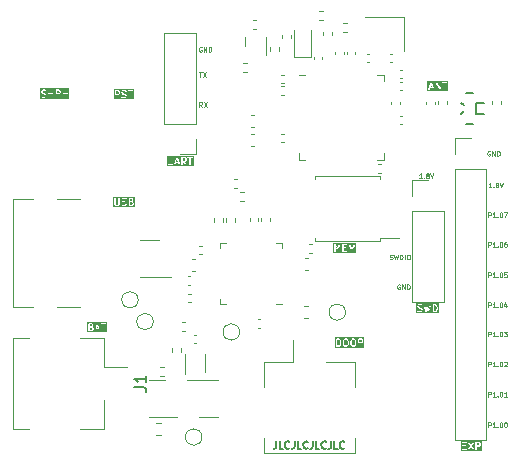
<source format=gbr>
G04 #@! TF.GenerationSoftware,KiCad,Pcbnew,7.0.6-7.0.6~ubuntu22.04.1*
G04 #@! TF.CreationDate,2023-08-08T18:58:17+02:00*
G04 #@! TF.ProjectId,Sensor_Nodes,53656e73-6f72-45f4-9e6f-6465732e6b69,rev?*
G04 #@! TF.SameCoordinates,Original*
G04 #@! TF.FileFunction,Legend,Top*
G04 #@! TF.FilePolarity,Positive*
%FSLAX46Y46*%
G04 Gerber Fmt 4.6, Leading zero omitted, Abs format (unit mm)*
G04 Created by KiCad (PCBNEW 7.0.6-7.0.6~ubuntu22.04.1) date 2023-08-08 18:58:17*
%MOMM*%
%LPD*%
G01*
G04 APERTURE LIST*
%ADD10C,0.100000*%
%ADD11C,0.080000*%
%ADD12C,0.150000*%
%ADD13C,0.120000*%
G04 APERTURE END LIST*
D10*
G36*
X110117351Y-58018643D02*
G01*
X110160409Y-58061702D01*
X110182898Y-58106679D01*
X110208646Y-58209669D01*
X110208646Y-58283072D01*
X110182898Y-58386062D01*
X110160409Y-58431039D01*
X110117351Y-58474098D01*
X110050533Y-58496371D01*
X109965789Y-58496371D01*
X109965789Y-57996371D01*
X110050533Y-57996371D01*
X110117351Y-58018643D01*
G37*
G36*
X110394360Y-58682085D02*
G01*
X108494360Y-58682085D01*
X108494360Y-58117800D01*
X108580074Y-58117800D01*
X108584527Y-58128552D01*
X108585353Y-58140161D01*
X108613925Y-58197303D01*
X108620140Y-58202693D01*
X108623290Y-58210297D01*
X108651861Y-58238869D01*
X108659464Y-58242018D01*
X108664857Y-58248236D01*
X108722000Y-58276807D01*
X108727668Y-58277209D01*
X108732233Y-58280592D01*
X108841193Y-58307832D01*
X108886170Y-58330320D01*
X108903267Y-58347418D01*
X108922931Y-58386745D01*
X108922931Y-58420282D01*
X108903266Y-58459610D01*
X108886170Y-58476707D01*
X108846842Y-58496371D01*
X108723902Y-58496371D01*
X108645885Y-58470366D01*
X108607713Y-58473079D01*
X108582640Y-58501989D01*
X108585353Y-58540161D01*
X108614263Y-58565234D01*
X108699978Y-58593805D01*
X108708185Y-58593221D01*
X108715789Y-58596371D01*
X108858646Y-58596371D01*
X108869396Y-58591917D01*
X108881006Y-58591093D01*
X108938150Y-58562521D01*
X108943541Y-58556304D01*
X108951145Y-58553155D01*
X108979716Y-58524583D01*
X108982864Y-58516980D01*
X108989082Y-58511588D01*
X109017653Y-58454445D01*
X109018477Y-58442835D01*
X109022931Y-58432085D01*
X109022931Y-58374942D01*
X109018476Y-58364189D01*
X109017652Y-58352582D01*
X108989081Y-58295439D01*
X108982864Y-58290047D01*
X108979716Y-58282445D01*
X108951145Y-58253873D01*
X108943541Y-58250723D01*
X108938150Y-58244507D01*
X108881006Y-58215935D01*
X108875337Y-58215532D01*
X108870773Y-58212150D01*
X108761811Y-58184909D01*
X108716835Y-58162421D01*
X108699737Y-58145323D01*
X108680074Y-58105996D01*
X108680074Y-58072460D01*
X108699738Y-58033132D01*
X108716835Y-58016034D01*
X108756163Y-57996371D01*
X108879104Y-57996371D01*
X108957119Y-58022376D01*
X108995291Y-58019663D01*
X109020365Y-57990753D01*
X109018033Y-57957952D01*
X109124292Y-57957952D01*
X109267149Y-58557952D01*
X109271532Y-58564009D01*
X109272518Y-58571423D01*
X109282336Y-58578938D01*
X109289584Y-58588953D01*
X109296966Y-58590136D01*
X109302906Y-58594683D01*
X109315164Y-58593054D01*
X109327370Y-58595011D01*
X109333427Y-58590627D01*
X109340841Y-58589642D01*
X109348357Y-58579821D01*
X109358371Y-58572575D01*
X109359554Y-58565193D01*
X109364101Y-58559254D01*
X109430074Y-58311853D01*
X109496048Y-58559254D01*
X109500593Y-58565192D01*
X109501777Y-58572576D01*
X109511793Y-58579824D01*
X109519308Y-58589642D01*
X109526721Y-58590627D01*
X109532779Y-58595011D01*
X109544986Y-58593054D01*
X109557243Y-58594683D01*
X109563181Y-58590137D01*
X109570565Y-58588954D01*
X109577814Y-58578936D01*
X109587631Y-58571422D01*
X109588615Y-58564010D01*
X109593000Y-58557952D01*
X109595757Y-58546371D01*
X109865789Y-58546371D01*
X109880434Y-58581726D01*
X109915789Y-58596371D01*
X110058646Y-58596371D01*
X110066248Y-58593221D01*
X110074457Y-58593805D01*
X110160171Y-58565234D01*
X110168962Y-58557608D01*
X110179715Y-58553155D01*
X110236858Y-58496013D01*
X110240007Y-58488409D01*
X110246225Y-58483017D01*
X110274796Y-58425874D01*
X110275198Y-58420205D01*
X110278581Y-58415641D01*
X110307153Y-58301355D01*
X110306219Y-58295084D01*
X110308646Y-58289228D01*
X110308646Y-58203514D01*
X110306219Y-58197657D01*
X110307153Y-58191387D01*
X110278581Y-58077101D01*
X110275198Y-58072536D01*
X110274796Y-58066868D01*
X110246225Y-58009725D01*
X110240007Y-58004332D01*
X110236858Y-57996729D01*
X110179715Y-57939587D01*
X110168962Y-57935133D01*
X110160171Y-57927508D01*
X110074457Y-57898937D01*
X110066248Y-57899520D01*
X110058646Y-57896371D01*
X109915789Y-57896371D01*
X109880434Y-57911016D01*
X109865789Y-57946371D01*
X109865789Y-58546370D01*
X109865789Y-58546371D01*
X109595757Y-58546371D01*
X109735858Y-57957952D01*
X109729801Y-57920166D01*
X109698799Y-57897730D01*
X109661014Y-57903788D01*
X109638578Y-57934789D01*
X109541616Y-58342027D01*
X109478387Y-58104917D01*
X109474243Y-58099504D01*
X109473346Y-58092748D01*
X109463026Y-58084848D01*
X109455127Y-58074529D01*
X109448370Y-58073631D01*
X109442958Y-58069488D01*
X109430075Y-58071199D01*
X109417192Y-58069488D01*
X109411778Y-58073631D01*
X109405024Y-58074529D01*
X109397124Y-58084848D01*
X109386804Y-58092748D01*
X109385906Y-58099503D01*
X109381763Y-58104916D01*
X109318533Y-58342027D01*
X109221572Y-57934790D01*
X109199137Y-57903788D01*
X109161351Y-57897731D01*
X109130349Y-57920166D01*
X109124292Y-57957952D01*
X109018033Y-57957952D01*
X109017651Y-57952581D01*
X108988742Y-57927508D01*
X108903028Y-57898937D01*
X108894819Y-57899520D01*
X108887217Y-57896371D01*
X108744360Y-57896371D01*
X108733609Y-57900824D01*
X108722000Y-57901649D01*
X108664857Y-57930220D01*
X108659464Y-57936437D01*
X108651861Y-57939587D01*
X108623290Y-57968159D01*
X108620140Y-57975762D01*
X108613925Y-57981153D01*
X108585353Y-58038296D01*
X108584527Y-58049904D01*
X108580074Y-58060657D01*
X108580074Y-58117800D01*
X108494360Y-58117800D01*
X108494360Y-57810657D01*
X110394360Y-57810657D01*
X110394360Y-58682085D01*
G37*
D11*
X107107392Y-56265935D02*
X107069297Y-56246887D01*
X107069297Y-56246887D02*
X107012154Y-56246887D01*
X107012154Y-56246887D02*
X106955011Y-56265935D01*
X106955011Y-56265935D02*
X106916916Y-56304030D01*
X106916916Y-56304030D02*
X106897869Y-56342125D01*
X106897869Y-56342125D02*
X106878821Y-56418316D01*
X106878821Y-56418316D02*
X106878821Y-56475459D01*
X106878821Y-56475459D02*
X106897869Y-56551649D01*
X106897869Y-56551649D02*
X106916916Y-56589744D01*
X106916916Y-56589744D02*
X106955011Y-56627840D01*
X106955011Y-56627840D02*
X107012154Y-56646887D01*
X107012154Y-56646887D02*
X107050250Y-56646887D01*
X107050250Y-56646887D02*
X107107392Y-56627840D01*
X107107392Y-56627840D02*
X107126440Y-56608792D01*
X107126440Y-56608792D02*
X107126440Y-56475459D01*
X107126440Y-56475459D02*
X107050250Y-56475459D01*
X107297869Y-56646887D02*
X107297869Y-56246887D01*
X107297869Y-56246887D02*
X107526440Y-56646887D01*
X107526440Y-56646887D02*
X107526440Y-56246887D01*
X107716917Y-56646887D02*
X107716917Y-56246887D01*
X107716917Y-56246887D02*
X107812155Y-56246887D01*
X107812155Y-56246887D02*
X107869298Y-56265935D01*
X107869298Y-56265935D02*
X107907393Y-56304030D01*
X107907393Y-56304030D02*
X107926440Y-56342125D01*
X107926440Y-56342125D02*
X107945488Y-56418316D01*
X107945488Y-56418316D02*
X107945488Y-56475459D01*
X107945488Y-56475459D02*
X107926440Y-56551649D01*
X107926440Y-56551649D02*
X107907393Y-56589744D01*
X107907393Y-56589744D02*
X107869298Y-56627840D01*
X107869298Y-56627840D02*
X107812155Y-56646887D01*
X107812155Y-56646887D02*
X107716917Y-56646887D01*
X114732392Y-44965935D02*
X114694297Y-44946887D01*
X114694297Y-44946887D02*
X114637154Y-44946887D01*
X114637154Y-44946887D02*
X114580011Y-44965935D01*
X114580011Y-44965935D02*
X114541916Y-45004030D01*
X114541916Y-45004030D02*
X114522869Y-45042125D01*
X114522869Y-45042125D02*
X114503821Y-45118316D01*
X114503821Y-45118316D02*
X114503821Y-45175459D01*
X114503821Y-45175459D02*
X114522869Y-45251649D01*
X114522869Y-45251649D02*
X114541916Y-45289744D01*
X114541916Y-45289744D02*
X114580011Y-45327840D01*
X114580011Y-45327840D02*
X114637154Y-45346887D01*
X114637154Y-45346887D02*
X114675250Y-45346887D01*
X114675250Y-45346887D02*
X114732392Y-45327840D01*
X114732392Y-45327840D02*
X114751440Y-45308792D01*
X114751440Y-45308792D02*
X114751440Y-45175459D01*
X114751440Y-45175459D02*
X114675250Y-45175459D01*
X114922869Y-45346887D02*
X114922869Y-44946887D01*
X114922869Y-44946887D02*
X115151440Y-45346887D01*
X115151440Y-45346887D02*
X115151440Y-44946887D01*
X115341917Y-45346887D02*
X115341917Y-44946887D01*
X115341917Y-44946887D02*
X115437155Y-44946887D01*
X115437155Y-44946887D02*
X115494298Y-44965935D01*
X115494298Y-44965935D02*
X115532393Y-45004030D01*
X115532393Y-45004030D02*
X115551440Y-45042125D01*
X115551440Y-45042125D02*
X115570488Y-45118316D01*
X115570488Y-45118316D02*
X115570488Y-45175459D01*
X115570488Y-45175459D02*
X115551440Y-45251649D01*
X115551440Y-45251649D02*
X115532393Y-45289744D01*
X115532393Y-45289744D02*
X115494298Y-45327840D01*
X115494298Y-45327840D02*
X115437155Y-45346887D01*
X115437155Y-45346887D02*
X115341917Y-45346887D01*
X114597869Y-65746887D02*
X114597869Y-65346887D01*
X114597869Y-65346887D02*
X114750250Y-65346887D01*
X114750250Y-65346887D02*
X114788345Y-65365935D01*
X114788345Y-65365935D02*
X114807392Y-65384982D01*
X114807392Y-65384982D02*
X114826440Y-65423078D01*
X114826440Y-65423078D02*
X114826440Y-65480220D01*
X114826440Y-65480220D02*
X114807392Y-65518316D01*
X114807392Y-65518316D02*
X114788345Y-65537363D01*
X114788345Y-65537363D02*
X114750250Y-65556411D01*
X114750250Y-65556411D02*
X114597869Y-65556411D01*
X115207392Y-65746887D02*
X114978821Y-65746887D01*
X115093107Y-65746887D02*
X115093107Y-65346887D01*
X115093107Y-65346887D02*
X115055011Y-65404030D01*
X115055011Y-65404030D02*
X115016916Y-65442125D01*
X115016916Y-65442125D02*
X114978821Y-65461173D01*
X115378821Y-65708792D02*
X115397868Y-65727840D01*
X115397868Y-65727840D02*
X115378821Y-65746887D01*
X115378821Y-65746887D02*
X115359773Y-65727840D01*
X115359773Y-65727840D02*
X115378821Y-65708792D01*
X115378821Y-65708792D02*
X115378821Y-65746887D01*
X115645487Y-65346887D02*
X115683582Y-65346887D01*
X115683582Y-65346887D02*
X115721678Y-65365935D01*
X115721678Y-65365935D02*
X115740725Y-65384982D01*
X115740725Y-65384982D02*
X115759773Y-65423078D01*
X115759773Y-65423078D02*
X115778820Y-65499268D01*
X115778820Y-65499268D02*
X115778820Y-65594506D01*
X115778820Y-65594506D02*
X115759773Y-65670697D01*
X115759773Y-65670697D02*
X115740725Y-65708792D01*
X115740725Y-65708792D02*
X115721678Y-65727840D01*
X115721678Y-65727840D02*
X115683582Y-65746887D01*
X115683582Y-65746887D02*
X115645487Y-65746887D01*
X115645487Y-65746887D02*
X115607392Y-65727840D01*
X115607392Y-65727840D02*
X115588344Y-65708792D01*
X115588344Y-65708792D02*
X115569297Y-65670697D01*
X115569297Y-65670697D02*
X115550249Y-65594506D01*
X115550249Y-65594506D02*
X115550249Y-65499268D01*
X115550249Y-65499268D02*
X115569297Y-65423078D01*
X115569297Y-65423078D02*
X115588344Y-65384982D01*
X115588344Y-65384982D02*
X115607392Y-65365935D01*
X115607392Y-65365935D02*
X115645487Y-65346887D01*
X116159772Y-65746887D02*
X115931201Y-65746887D01*
X116045487Y-65746887D02*
X116045487Y-65346887D01*
X116045487Y-65346887D02*
X116007391Y-65404030D01*
X116007391Y-65404030D02*
X115969296Y-65442125D01*
X115969296Y-65442125D02*
X115931201Y-65461173D01*
D10*
G36*
X83264741Y-39916034D02*
G01*
X83281838Y-39933132D01*
X83301503Y-39972460D01*
X83301503Y-40034567D01*
X83281838Y-40073895D01*
X83264742Y-40090992D01*
X83225414Y-40110657D01*
X83058646Y-40110657D01*
X83058646Y-39896371D01*
X83225413Y-39896371D01*
X83264741Y-39916034D01*
G37*
G36*
X84572932Y-40582085D02*
G01*
X82872932Y-40582085D01*
X82872932Y-40446371D01*
X82958646Y-40446371D01*
X82973291Y-40481726D01*
X83008646Y-40496371D01*
X83044001Y-40481726D01*
X83058646Y-40446371D01*
X83058646Y-40210657D01*
X83125470Y-40210657D01*
X83310541Y-40475044D01*
X83342814Y-40495609D01*
X83380176Y-40487332D01*
X83400741Y-40455060D01*
X83392464Y-40417697D01*
X83245216Y-40207343D01*
X83247969Y-40206203D01*
X83259578Y-40205378D01*
X83316721Y-40176806D01*
X83322112Y-40170589D01*
X83329715Y-40167440D01*
X83358286Y-40138870D01*
X83361435Y-40131266D01*
X83367652Y-40125875D01*
X83396224Y-40068732D01*
X83397049Y-40057123D01*
X83401503Y-40046371D01*
X83401503Y-40017800D01*
X83530074Y-40017800D01*
X83534527Y-40028552D01*
X83535353Y-40040161D01*
X83563925Y-40097303D01*
X83570140Y-40102693D01*
X83573290Y-40110297D01*
X83601861Y-40138869D01*
X83609464Y-40142018D01*
X83614857Y-40148236D01*
X83672000Y-40176807D01*
X83677668Y-40177209D01*
X83682233Y-40180592D01*
X83791193Y-40207832D01*
X83836170Y-40230320D01*
X83853267Y-40247418D01*
X83872931Y-40286745D01*
X83872931Y-40320281D01*
X83853266Y-40359610D01*
X83836170Y-40376707D01*
X83796842Y-40396371D01*
X83673902Y-40396371D01*
X83595885Y-40370366D01*
X83557713Y-40373079D01*
X83532640Y-40401989D01*
X83535353Y-40440161D01*
X83564263Y-40465234D01*
X83649978Y-40493805D01*
X83658185Y-40493221D01*
X83665789Y-40496371D01*
X83808646Y-40496371D01*
X83819396Y-40491917D01*
X83831006Y-40491093D01*
X83888150Y-40462521D01*
X83893541Y-40456304D01*
X83901145Y-40453155D01*
X83929716Y-40424583D01*
X83932864Y-40416980D01*
X83939082Y-40411588D01*
X83967653Y-40354445D01*
X83968477Y-40342835D01*
X83972931Y-40332085D01*
X83972931Y-40274942D01*
X83968476Y-40264189D01*
X83967652Y-40252582D01*
X83939081Y-40195439D01*
X83932864Y-40190047D01*
X83929716Y-40182445D01*
X83901145Y-40153873D01*
X83893541Y-40150723D01*
X83888150Y-40144507D01*
X83831006Y-40115935D01*
X83825337Y-40115532D01*
X83820773Y-40112150D01*
X83711811Y-40084909D01*
X83666835Y-40062421D01*
X83649737Y-40045323D01*
X83630074Y-40005996D01*
X83630074Y-39972460D01*
X83649738Y-39933132D01*
X83666835Y-39916034D01*
X83706163Y-39896371D01*
X83829104Y-39896371D01*
X83907119Y-39922376D01*
X83945291Y-39919663D01*
X83970365Y-39890753D01*
X83967651Y-39852581D01*
X83960491Y-39846371D01*
X84044360Y-39846371D01*
X84059005Y-39881726D01*
X84094360Y-39896371D01*
X84215789Y-39896371D01*
X84215789Y-40446371D01*
X84230434Y-40481726D01*
X84265789Y-40496371D01*
X84301144Y-40481726D01*
X84315789Y-40446371D01*
X84315789Y-39896371D01*
X84437218Y-39896371D01*
X84472573Y-39881726D01*
X84487218Y-39846371D01*
X84472573Y-39811016D01*
X84437218Y-39796371D01*
X84094360Y-39796371D01*
X84059005Y-39811016D01*
X84044360Y-39846371D01*
X83960491Y-39846371D01*
X83938742Y-39827508D01*
X83853028Y-39798937D01*
X83844819Y-39799520D01*
X83837217Y-39796371D01*
X83694360Y-39796371D01*
X83683609Y-39800824D01*
X83672000Y-39801649D01*
X83614857Y-39830220D01*
X83609464Y-39836437D01*
X83601861Y-39839587D01*
X83573290Y-39868159D01*
X83570140Y-39875762D01*
X83563925Y-39881153D01*
X83535353Y-39938296D01*
X83534527Y-39949904D01*
X83530074Y-39960657D01*
X83530074Y-40017800D01*
X83401503Y-40017800D01*
X83401503Y-39960657D01*
X83397049Y-39949904D01*
X83396224Y-39938296D01*
X83367652Y-39881153D01*
X83361435Y-39875761D01*
X83358287Y-39868159D01*
X83329716Y-39839587D01*
X83322112Y-39836437D01*
X83316721Y-39830221D01*
X83259577Y-39801649D01*
X83247967Y-39800824D01*
X83237217Y-39796371D01*
X83008646Y-39796371D01*
X82973291Y-39811016D01*
X82958646Y-39846371D01*
X82958646Y-40446371D01*
X82872932Y-40446371D01*
X82872932Y-39710657D01*
X84572932Y-39710657D01*
X84572932Y-40582085D01*
G37*
D11*
X114597869Y-53071887D02*
X114597869Y-52671887D01*
X114597869Y-52671887D02*
X114750250Y-52671887D01*
X114750250Y-52671887D02*
X114788345Y-52690935D01*
X114788345Y-52690935D02*
X114807392Y-52709982D01*
X114807392Y-52709982D02*
X114826440Y-52748078D01*
X114826440Y-52748078D02*
X114826440Y-52805220D01*
X114826440Y-52805220D02*
X114807392Y-52843316D01*
X114807392Y-52843316D02*
X114788345Y-52862363D01*
X114788345Y-52862363D02*
X114750250Y-52881411D01*
X114750250Y-52881411D02*
X114597869Y-52881411D01*
X115207392Y-53071887D02*
X114978821Y-53071887D01*
X115093107Y-53071887D02*
X115093107Y-52671887D01*
X115093107Y-52671887D02*
X115055011Y-52729030D01*
X115055011Y-52729030D02*
X115016916Y-52767125D01*
X115016916Y-52767125D02*
X114978821Y-52786173D01*
X115378821Y-53033792D02*
X115397868Y-53052840D01*
X115397868Y-53052840D02*
X115378821Y-53071887D01*
X115378821Y-53071887D02*
X115359773Y-53052840D01*
X115359773Y-53052840D02*
X115378821Y-53033792D01*
X115378821Y-53033792D02*
X115378821Y-53071887D01*
X115645487Y-52671887D02*
X115683582Y-52671887D01*
X115683582Y-52671887D02*
X115721678Y-52690935D01*
X115721678Y-52690935D02*
X115740725Y-52709982D01*
X115740725Y-52709982D02*
X115759773Y-52748078D01*
X115759773Y-52748078D02*
X115778820Y-52824268D01*
X115778820Y-52824268D02*
X115778820Y-52919506D01*
X115778820Y-52919506D02*
X115759773Y-52995697D01*
X115759773Y-52995697D02*
X115740725Y-53033792D01*
X115740725Y-53033792D02*
X115721678Y-53052840D01*
X115721678Y-53052840D02*
X115683582Y-53071887D01*
X115683582Y-53071887D02*
X115645487Y-53071887D01*
X115645487Y-53071887D02*
X115607392Y-53052840D01*
X115607392Y-53052840D02*
X115588344Y-53033792D01*
X115588344Y-53033792D02*
X115569297Y-52995697D01*
X115569297Y-52995697D02*
X115550249Y-52919506D01*
X115550249Y-52919506D02*
X115550249Y-52824268D01*
X115550249Y-52824268D02*
X115569297Y-52748078D01*
X115569297Y-52748078D02*
X115588344Y-52709982D01*
X115588344Y-52709982D02*
X115607392Y-52690935D01*
X115607392Y-52690935D02*
X115645487Y-52671887D01*
X116121677Y-52671887D02*
X116045487Y-52671887D01*
X116045487Y-52671887D02*
X116007391Y-52690935D01*
X116007391Y-52690935D02*
X115988344Y-52709982D01*
X115988344Y-52709982D02*
X115950249Y-52767125D01*
X115950249Y-52767125D02*
X115931201Y-52843316D01*
X115931201Y-52843316D02*
X115931201Y-52995697D01*
X115931201Y-52995697D02*
X115950249Y-53033792D01*
X115950249Y-53033792D02*
X115969296Y-53052840D01*
X115969296Y-53052840D02*
X116007391Y-53071887D01*
X116007391Y-53071887D02*
X116083582Y-53071887D01*
X116083582Y-53071887D02*
X116121677Y-53052840D01*
X116121677Y-53052840D02*
X116140725Y-53033792D01*
X116140725Y-53033792D02*
X116159772Y-52995697D01*
X116159772Y-52995697D02*
X116159772Y-52900459D01*
X116159772Y-52900459D02*
X116140725Y-52862363D01*
X116140725Y-52862363D02*
X116121677Y-52843316D01*
X116121677Y-52843316D02*
X116083582Y-52824268D01*
X116083582Y-52824268D02*
X116007391Y-52824268D01*
X116007391Y-52824268D02*
X115969296Y-52843316D01*
X115969296Y-52843316D02*
X115950249Y-52862363D01*
X115950249Y-52862363D02*
X115931201Y-52900459D01*
D12*
X96637969Y-69543771D02*
X96637969Y-69972342D01*
X96637969Y-69972342D02*
X96609398Y-70058057D01*
X96609398Y-70058057D02*
X96552255Y-70115200D01*
X96552255Y-70115200D02*
X96466541Y-70143771D01*
X96466541Y-70143771D02*
X96409398Y-70143771D01*
X97209398Y-70143771D02*
X96923684Y-70143771D01*
X96923684Y-70143771D02*
X96923684Y-69543771D01*
X97752255Y-70086628D02*
X97723683Y-70115200D01*
X97723683Y-70115200D02*
X97637969Y-70143771D01*
X97637969Y-70143771D02*
X97580826Y-70143771D01*
X97580826Y-70143771D02*
X97495112Y-70115200D01*
X97495112Y-70115200D02*
X97437969Y-70058057D01*
X97437969Y-70058057D02*
X97409398Y-70000914D01*
X97409398Y-70000914D02*
X97380826Y-69886628D01*
X97380826Y-69886628D02*
X97380826Y-69800914D01*
X97380826Y-69800914D02*
X97409398Y-69686628D01*
X97409398Y-69686628D02*
X97437969Y-69629485D01*
X97437969Y-69629485D02*
X97495112Y-69572342D01*
X97495112Y-69572342D02*
X97580826Y-69543771D01*
X97580826Y-69543771D02*
X97637969Y-69543771D01*
X97637969Y-69543771D02*
X97723683Y-69572342D01*
X97723683Y-69572342D02*
X97752255Y-69600914D01*
X98180826Y-69543771D02*
X98180826Y-69972342D01*
X98180826Y-69972342D02*
X98152255Y-70058057D01*
X98152255Y-70058057D02*
X98095112Y-70115200D01*
X98095112Y-70115200D02*
X98009398Y-70143771D01*
X98009398Y-70143771D02*
X97952255Y-70143771D01*
X98752255Y-70143771D02*
X98466541Y-70143771D01*
X98466541Y-70143771D02*
X98466541Y-69543771D01*
X99295112Y-70086628D02*
X99266540Y-70115200D01*
X99266540Y-70115200D02*
X99180826Y-70143771D01*
X99180826Y-70143771D02*
X99123683Y-70143771D01*
X99123683Y-70143771D02*
X99037969Y-70115200D01*
X99037969Y-70115200D02*
X98980826Y-70058057D01*
X98980826Y-70058057D02*
X98952255Y-70000914D01*
X98952255Y-70000914D02*
X98923683Y-69886628D01*
X98923683Y-69886628D02*
X98923683Y-69800914D01*
X98923683Y-69800914D02*
X98952255Y-69686628D01*
X98952255Y-69686628D02*
X98980826Y-69629485D01*
X98980826Y-69629485D02*
X99037969Y-69572342D01*
X99037969Y-69572342D02*
X99123683Y-69543771D01*
X99123683Y-69543771D02*
X99180826Y-69543771D01*
X99180826Y-69543771D02*
X99266540Y-69572342D01*
X99266540Y-69572342D02*
X99295112Y-69600914D01*
X99723683Y-69543771D02*
X99723683Y-69972342D01*
X99723683Y-69972342D02*
X99695112Y-70058057D01*
X99695112Y-70058057D02*
X99637969Y-70115200D01*
X99637969Y-70115200D02*
X99552255Y-70143771D01*
X99552255Y-70143771D02*
X99495112Y-70143771D01*
X100295112Y-70143771D02*
X100009398Y-70143771D01*
X100009398Y-70143771D02*
X100009398Y-69543771D01*
X100837969Y-70086628D02*
X100809397Y-70115200D01*
X100809397Y-70115200D02*
X100723683Y-70143771D01*
X100723683Y-70143771D02*
X100666540Y-70143771D01*
X100666540Y-70143771D02*
X100580826Y-70115200D01*
X100580826Y-70115200D02*
X100523683Y-70058057D01*
X100523683Y-70058057D02*
X100495112Y-70000914D01*
X100495112Y-70000914D02*
X100466540Y-69886628D01*
X100466540Y-69886628D02*
X100466540Y-69800914D01*
X100466540Y-69800914D02*
X100495112Y-69686628D01*
X100495112Y-69686628D02*
X100523683Y-69629485D01*
X100523683Y-69629485D02*
X100580826Y-69572342D01*
X100580826Y-69572342D02*
X100666540Y-69543771D01*
X100666540Y-69543771D02*
X100723683Y-69543771D01*
X100723683Y-69543771D02*
X100809397Y-69572342D01*
X100809397Y-69572342D02*
X100837969Y-69600914D01*
X101266540Y-69543771D02*
X101266540Y-69972342D01*
X101266540Y-69972342D02*
X101237969Y-70058057D01*
X101237969Y-70058057D02*
X101180826Y-70115200D01*
X101180826Y-70115200D02*
X101095112Y-70143771D01*
X101095112Y-70143771D02*
X101037969Y-70143771D01*
X101837969Y-70143771D02*
X101552255Y-70143771D01*
X101552255Y-70143771D02*
X101552255Y-69543771D01*
X102380826Y-70086628D02*
X102352254Y-70115200D01*
X102352254Y-70115200D02*
X102266540Y-70143771D01*
X102266540Y-70143771D02*
X102209397Y-70143771D01*
X102209397Y-70143771D02*
X102123683Y-70115200D01*
X102123683Y-70115200D02*
X102066540Y-70058057D01*
X102066540Y-70058057D02*
X102037969Y-70000914D01*
X102037969Y-70000914D02*
X102009397Y-69886628D01*
X102009397Y-69886628D02*
X102009397Y-69800914D01*
X102009397Y-69800914D02*
X102037969Y-69686628D01*
X102037969Y-69686628D02*
X102066540Y-69629485D01*
X102066540Y-69629485D02*
X102123683Y-69572342D01*
X102123683Y-69572342D02*
X102209397Y-69543771D01*
X102209397Y-69543771D02*
X102266540Y-69543771D01*
X102266540Y-69543771D02*
X102352254Y-69572342D01*
X102352254Y-69572342D02*
X102380826Y-69600914D01*
D10*
G36*
X81042350Y-59929358D02*
G01*
X81056838Y-59943846D01*
X81076503Y-59983174D01*
X81076503Y-60045281D01*
X81056838Y-60084609D01*
X81039741Y-60101707D01*
X81000413Y-60121371D01*
X80833646Y-60121371D01*
X80833646Y-59907085D01*
X80975532Y-59907085D01*
X81042350Y-59929358D01*
G37*
G36*
X81011170Y-59641034D02*
G01*
X81028266Y-59658131D01*
X81047931Y-59697460D01*
X81047931Y-59730997D01*
X81028267Y-59770323D01*
X81011170Y-59787421D01*
X80971842Y-59807085D01*
X80833646Y-59807085D01*
X80833646Y-59621371D01*
X80971842Y-59621371D01*
X81011170Y-59641034D01*
G37*
G36*
X81571417Y-59949942D02*
G01*
X81424445Y-59949942D01*
X81497930Y-59729484D01*
X81571417Y-59949942D01*
G37*
G36*
X82290789Y-60307085D02*
G01*
X80647932Y-60307085D01*
X80647932Y-60171371D01*
X80733646Y-60171371D01*
X80748291Y-60206726D01*
X80783646Y-60221371D01*
X81012217Y-60221371D01*
X81022967Y-60216917D01*
X81034577Y-60216093D01*
X81091721Y-60187521D01*
X81097112Y-60181304D01*
X81104716Y-60178155D01*
X81127310Y-60155560D01*
X81250497Y-60155560D01*
X81253210Y-60193731D01*
X81282120Y-60218805D01*
X81320291Y-60216092D01*
X81345365Y-60187182D01*
X81391112Y-60049942D01*
X81604750Y-60049942D01*
X81650497Y-60187183D01*
X81675571Y-60216092D01*
X81713743Y-60218806D01*
X81742652Y-60193732D01*
X81745365Y-60155560D01*
X81550635Y-59571371D01*
X81762217Y-59571371D01*
X81776862Y-59606726D01*
X81812217Y-59621371D01*
X81933646Y-59621371D01*
X81933646Y-60171371D01*
X81948291Y-60206726D01*
X81983646Y-60221371D01*
X82019001Y-60206726D01*
X82033646Y-60171371D01*
X82033646Y-59621371D01*
X82155075Y-59621371D01*
X82190430Y-59606726D01*
X82205075Y-59571371D01*
X82190430Y-59536016D01*
X82155075Y-59521371D01*
X81812217Y-59521371D01*
X81776862Y-59536016D01*
X81762217Y-59571371D01*
X81550635Y-59571371D01*
X81545365Y-59555560D01*
X81542916Y-59552737D01*
X81542652Y-59549010D01*
X81530672Y-59538619D01*
X81520291Y-59526650D01*
X81516566Y-59526385D01*
X81513743Y-59523936D01*
X81497927Y-59525060D01*
X81482120Y-59523937D01*
X81479297Y-59526385D01*
X81475571Y-59526650D01*
X81465183Y-59538626D01*
X81453210Y-59549011D01*
X81452945Y-59552736D01*
X81450497Y-59555559D01*
X81250497Y-60155560D01*
X81127310Y-60155560D01*
X81133287Y-60149583D01*
X81136435Y-60141980D01*
X81142652Y-60136589D01*
X81171224Y-60079446D01*
X81172049Y-60067837D01*
X81176503Y-60057085D01*
X81176503Y-59971371D01*
X81172049Y-59960618D01*
X81171224Y-59949010D01*
X81142652Y-59891867D01*
X81136435Y-59886475D01*
X81133286Y-59878872D01*
X81104715Y-59850302D01*
X81094105Y-59845907D01*
X81104716Y-59835297D01*
X81107864Y-59827694D01*
X81114081Y-59822303D01*
X81142652Y-59765160D01*
X81143476Y-59753552D01*
X81147931Y-59742800D01*
X81147931Y-59685657D01*
X81143477Y-59674906D01*
X81142653Y-59663297D01*
X81114082Y-59606154D01*
X81107864Y-59600761D01*
X81104716Y-59593159D01*
X81076145Y-59564587D01*
X81068541Y-59561437D01*
X81063150Y-59555221D01*
X81006006Y-59526649D01*
X80994396Y-59525824D01*
X80983646Y-59521371D01*
X80783646Y-59521371D01*
X80748291Y-59536016D01*
X80733646Y-59571371D01*
X80733646Y-60171370D01*
X80733646Y-60171371D01*
X80647932Y-60171371D01*
X80647932Y-59435657D01*
X82290789Y-59435657D01*
X82290789Y-60307085D01*
G37*
G36*
X101960208Y-60943643D02*
G01*
X102003266Y-60986702D01*
X102025755Y-61031679D01*
X102051503Y-61134669D01*
X102051503Y-61208072D01*
X102025755Y-61311062D01*
X102003266Y-61356039D01*
X101960208Y-61399098D01*
X101893390Y-61421371D01*
X101808646Y-61421371D01*
X101808646Y-60921371D01*
X101893390Y-60921371D01*
X101960208Y-60943643D01*
G37*
G36*
X102614743Y-60941036D02*
G01*
X102656354Y-60982647D01*
X102680074Y-61077524D01*
X102680074Y-61265217D01*
X102656354Y-61360094D01*
X102614743Y-61401705D01*
X102575413Y-61421371D01*
X102484734Y-61421371D01*
X102445407Y-61401707D01*
X102403794Y-61360095D01*
X102380074Y-61265215D01*
X102380074Y-61077526D01*
X102403794Y-60982646D01*
X102445407Y-60941034D01*
X102484734Y-60921371D01*
X102575413Y-60921371D01*
X102614743Y-60941036D01*
G37*
G36*
X103243314Y-60941036D02*
G01*
X103284925Y-60982647D01*
X103308645Y-61077524D01*
X103308645Y-61265217D01*
X103284925Y-61360094D01*
X103243314Y-61401705D01*
X103203984Y-61421371D01*
X103113305Y-61421371D01*
X103073978Y-61401707D01*
X103032365Y-61360095D01*
X103008645Y-61265215D01*
X103008645Y-61077526D01*
X103032365Y-60982646D01*
X103073978Y-60941034D01*
X103113305Y-60921371D01*
X103203984Y-60921371D01*
X103243314Y-60941036D01*
G37*
G36*
X103871883Y-60941034D02*
G01*
X103888980Y-60958132D01*
X103908645Y-60997460D01*
X103908645Y-61059567D01*
X103888980Y-61098895D01*
X103871884Y-61115992D01*
X103832556Y-61135657D01*
X103665788Y-61135657D01*
X103665788Y-60921371D01*
X103832555Y-60921371D01*
X103871883Y-60941034D01*
G37*
G36*
X104094359Y-61607085D02*
G01*
X101622932Y-61607085D01*
X101622932Y-61471371D01*
X101708646Y-61471371D01*
X101723291Y-61506726D01*
X101758646Y-61521371D01*
X101901503Y-61521371D01*
X101909105Y-61518221D01*
X101917314Y-61518805D01*
X102003028Y-61490234D01*
X102011819Y-61482608D01*
X102022572Y-61478155D01*
X102079715Y-61421013D01*
X102082864Y-61413409D01*
X102089082Y-61408017D01*
X102117653Y-61350874D01*
X102118055Y-61345205D01*
X102121438Y-61340641D01*
X102138756Y-61271371D01*
X102280074Y-61271371D01*
X102282500Y-61277227D01*
X102281567Y-61283498D01*
X102310139Y-61397784D01*
X102318144Y-61408588D01*
X102323291Y-61421012D01*
X102380433Y-61478155D01*
X102388036Y-61481304D01*
X102393428Y-61487521D01*
X102450571Y-61516092D01*
X102462178Y-61516916D01*
X102472931Y-61521371D01*
X102587217Y-61521371D01*
X102597967Y-61516917D01*
X102609577Y-61516093D01*
X102666721Y-61487521D01*
X102672112Y-61481304D01*
X102679715Y-61478155D01*
X102736858Y-61421013D01*
X102742003Y-61408589D01*
X102750010Y-61397784D01*
X102778581Y-61283498D01*
X102777647Y-61277227D01*
X102780074Y-61271371D01*
X102908645Y-61271371D01*
X102911071Y-61277227D01*
X102910138Y-61283498D01*
X102938710Y-61397784D01*
X102946715Y-61408588D01*
X102951862Y-61421012D01*
X103009004Y-61478155D01*
X103016607Y-61481304D01*
X103021999Y-61487521D01*
X103079142Y-61516092D01*
X103090749Y-61516916D01*
X103101502Y-61521371D01*
X103215788Y-61521371D01*
X103226538Y-61516917D01*
X103238148Y-61516093D01*
X103295292Y-61487521D01*
X103300683Y-61481304D01*
X103308286Y-61478155D01*
X103315070Y-61471371D01*
X103565788Y-61471371D01*
X103580433Y-61506726D01*
X103615788Y-61521371D01*
X103651143Y-61506726D01*
X103665788Y-61471371D01*
X103665788Y-61235657D01*
X103732612Y-61235657D01*
X103917683Y-61500044D01*
X103949956Y-61520609D01*
X103987318Y-61512332D01*
X104007883Y-61480060D01*
X103999606Y-61442697D01*
X103852358Y-61232343D01*
X103855111Y-61231203D01*
X103866720Y-61230378D01*
X103923863Y-61201806D01*
X103929254Y-61195589D01*
X103936857Y-61192440D01*
X103965428Y-61163870D01*
X103968577Y-61156266D01*
X103974794Y-61150875D01*
X104003366Y-61093732D01*
X104004191Y-61082123D01*
X104008645Y-61071371D01*
X104008645Y-60985657D01*
X104004191Y-60974904D01*
X104003366Y-60963296D01*
X103974794Y-60906153D01*
X103968577Y-60900761D01*
X103965429Y-60893159D01*
X103936858Y-60864587D01*
X103929254Y-60861437D01*
X103923863Y-60855221D01*
X103866719Y-60826649D01*
X103855109Y-60825824D01*
X103844359Y-60821371D01*
X103615788Y-60821371D01*
X103580433Y-60836016D01*
X103565788Y-60871371D01*
X103565788Y-61471371D01*
X103315070Y-61471371D01*
X103365429Y-61421013D01*
X103370574Y-61408589D01*
X103378581Y-61397784D01*
X103407152Y-61283498D01*
X103406218Y-61277227D01*
X103408645Y-61271371D01*
X103408645Y-61071371D01*
X103406218Y-61065514D01*
X103407152Y-61059244D01*
X103378581Y-60944958D01*
X103370574Y-60934152D01*
X103365429Y-60921729D01*
X103308286Y-60864587D01*
X103300683Y-60861437D01*
X103295292Y-60855221D01*
X103238148Y-60826649D01*
X103226538Y-60825824D01*
X103215788Y-60821371D01*
X103101502Y-60821371D01*
X103090749Y-60825825D01*
X103079142Y-60826650D01*
X103021999Y-60855221D01*
X103016607Y-60861437D01*
X103009004Y-60864587D01*
X102951862Y-60921730D01*
X102946715Y-60934153D01*
X102938710Y-60944958D01*
X102910138Y-61059244D01*
X102911071Y-61065514D01*
X102908645Y-61071371D01*
X102908645Y-61271371D01*
X102780074Y-61271371D01*
X102780074Y-61071371D01*
X102777647Y-61065514D01*
X102778581Y-61059244D01*
X102750010Y-60944958D01*
X102742003Y-60934152D01*
X102736858Y-60921729D01*
X102679715Y-60864587D01*
X102672112Y-60861437D01*
X102666721Y-60855221D01*
X102609577Y-60826649D01*
X102597967Y-60825824D01*
X102587217Y-60821371D01*
X102472931Y-60821371D01*
X102462178Y-60825825D01*
X102450571Y-60826650D01*
X102393428Y-60855221D01*
X102388036Y-60861437D01*
X102380433Y-60864587D01*
X102323291Y-60921730D01*
X102318144Y-60934153D01*
X102310139Y-60944958D01*
X102281567Y-61059244D01*
X102282500Y-61065514D01*
X102280074Y-61071371D01*
X102280074Y-61271371D01*
X102138756Y-61271371D01*
X102150010Y-61226355D01*
X102149076Y-61220084D01*
X102151503Y-61214228D01*
X102151503Y-61128514D01*
X102149076Y-61122657D01*
X102150010Y-61116387D01*
X102121438Y-61002101D01*
X102118055Y-60997536D01*
X102117653Y-60991868D01*
X102089082Y-60934725D01*
X102082864Y-60929332D01*
X102079715Y-60921729D01*
X102022572Y-60864587D01*
X102011819Y-60860133D01*
X102003028Y-60852508D01*
X101917314Y-60823937D01*
X101909105Y-60824520D01*
X101901503Y-60821371D01*
X101758646Y-60821371D01*
X101723291Y-60836016D01*
X101708646Y-60871371D01*
X101708646Y-61471370D01*
X101708646Y-61471371D01*
X101622932Y-61471371D01*
X101622932Y-60735657D01*
X104094359Y-60735657D01*
X104094359Y-61607085D01*
G37*
D11*
X114857392Y-48021887D02*
X114628821Y-48021887D01*
X114743107Y-48021887D02*
X114743107Y-47621887D01*
X114743107Y-47621887D02*
X114705011Y-47679030D01*
X114705011Y-47679030D02*
X114666916Y-47717125D01*
X114666916Y-47717125D02*
X114628821Y-47736173D01*
X115028821Y-47983792D02*
X115047868Y-48002840D01*
X115047868Y-48002840D02*
X115028821Y-48021887D01*
X115028821Y-48021887D02*
X115009773Y-48002840D01*
X115009773Y-48002840D02*
X115028821Y-47983792D01*
X115028821Y-47983792D02*
X115028821Y-48021887D01*
X115276439Y-47793316D02*
X115238344Y-47774268D01*
X115238344Y-47774268D02*
X115219297Y-47755220D01*
X115219297Y-47755220D02*
X115200249Y-47717125D01*
X115200249Y-47717125D02*
X115200249Y-47698078D01*
X115200249Y-47698078D02*
X115219297Y-47659982D01*
X115219297Y-47659982D02*
X115238344Y-47640935D01*
X115238344Y-47640935D02*
X115276439Y-47621887D01*
X115276439Y-47621887D02*
X115352630Y-47621887D01*
X115352630Y-47621887D02*
X115390725Y-47640935D01*
X115390725Y-47640935D02*
X115409773Y-47659982D01*
X115409773Y-47659982D02*
X115428820Y-47698078D01*
X115428820Y-47698078D02*
X115428820Y-47717125D01*
X115428820Y-47717125D02*
X115409773Y-47755220D01*
X115409773Y-47755220D02*
X115390725Y-47774268D01*
X115390725Y-47774268D02*
X115352630Y-47793316D01*
X115352630Y-47793316D02*
X115276439Y-47793316D01*
X115276439Y-47793316D02*
X115238344Y-47812363D01*
X115238344Y-47812363D02*
X115219297Y-47831411D01*
X115219297Y-47831411D02*
X115200249Y-47869506D01*
X115200249Y-47869506D02*
X115200249Y-47945697D01*
X115200249Y-47945697D02*
X115219297Y-47983792D01*
X115219297Y-47983792D02*
X115238344Y-48002840D01*
X115238344Y-48002840D02*
X115276439Y-48021887D01*
X115276439Y-48021887D02*
X115352630Y-48021887D01*
X115352630Y-48021887D02*
X115390725Y-48002840D01*
X115390725Y-48002840D02*
X115409773Y-47983792D01*
X115409773Y-47983792D02*
X115428820Y-47945697D01*
X115428820Y-47945697D02*
X115428820Y-47869506D01*
X115428820Y-47869506D02*
X115409773Y-47831411D01*
X115409773Y-47831411D02*
X115390725Y-47812363D01*
X115390725Y-47812363D02*
X115352630Y-47793316D01*
X115543106Y-47621887D02*
X115676439Y-48021887D01*
X115676439Y-48021887D02*
X115809772Y-47621887D01*
X106253821Y-54102840D02*
X106310964Y-54121887D01*
X106310964Y-54121887D02*
X106406202Y-54121887D01*
X106406202Y-54121887D02*
X106444297Y-54102840D01*
X106444297Y-54102840D02*
X106463345Y-54083792D01*
X106463345Y-54083792D02*
X106482392Y-54045697D01*
X106482392Y-54045697D02*
X106482392Y-54007601D01*
X106482392Y-54007601D02*
X106463345Y-53969506D01*
X106463345Y-53969506D02*
X106444297Y-53950459D01*
X106444297Y-53950459D02*
X106406202Y-53931411D01*
X106406202Y-53931411D02*
X106330011Y-53912363D01*
X106330011Y-53912363D02*
X106291916Y-53893316D01*
X106291916Y-53893316D02*
X106272869Y-53874268D01*
X106272869Y-53874268D02*
X106253821Y-53836173D01*
X106253821Y-53836173D02*
X106253821Y-53798078D01*
X106253821Y-53798078D02*
X106272869Y-53759982D01*
X106272869Y-53759982D02*
X106291916Y-53740935D01*
X106291916Y-53740935D02*
X106330011Y-53721887D01*
X106330011Y-53721887D02*
X106425250Y-53721887D01*
X106425250Y-53721887D02*
X106482392Y-53740935D01*
X106615725Y-53721887D02*
X106710963Y-54121887D01*
X106710963Y-54121887D02*
X106787154Y-53836173D01*
X106787154Y-53836173D02*
X106863344Y-54121887D01*
X106863344Y-54121887D02*
X106958583Y-53721887D01*
X107110964Y-54121887D02*
X107110964Y-53721887D01*
X107110964Y-53721887D02*
X107206202Y-53721887D01*
X107206202Y-53721887D02*
X107263345Y-53740935D01*
X107263345Y-53740935D02*
X107301440Y-53779030D01*
X107301440Y-53779030D02*
X107320487Y-53817125D01*
X107320487Y-53817125D02*
X107339535Y-53893316D01*
X107339535Y-53893316D02*
X107339535Y-53950459D01*
X107339535Y-53950459D02*
X107320487Y-54026649D01*
X107320487Y-54026649D02*
X107301440Y-54064744D01*
X107301440Y-54064744D02*
X107263345Y-54102840D01*
X107263345Y-54102840D02*
X107206202Y-54121887D01*
X107206202Y-54121887D02*
X107110964Y-54121887D01*
X107510964Y-54121887D02*
X107510964Y-53721887D01*
X107777630Y-53721887D02*
X107853821Y-53721887D01*
X107853821Y-53721887D02*
X107891916Y-53740935D01*
X107891916Y-53740935D02*
X107930011Y-53779030D01*
X107930011Y-53779030D02*
X107949059Y-53855220D01*
X107949059Y-53855220D02*
X107949059Y-53988554D01*
X107949059Y-53988554D02*
X107930011Y-54064744D01*
X107930011Y-54064744D02*
X107891916Y-54102840D01*
X107891916Y-54102840D02*
X107853821Y-54121887D01*
X107853821Y-54121887D02*
X107777630Y-54121887D01*
X107777630Y-54121887D02*
X107739535Y-54102840D01*
X107739535Y-54102840D02*
X107701440Y-54064744D01*
X107701440Y-54064744D02*
X107682392Y-53988554D01*
X107682392Y-53988554D02*
X107682392Y-53855220D01*
X107682392Y-53855220D02*
X107701440Y-53779030D01*
X107701440Y-53779030D02*
X107739535Y-53740935D01*
X107739535Y-53740935D02*
X107777630Y-53721887D01*
D10*
G36*
X103372931Y-53582085D02*
G01*
X101472932Y-53582085D01*
X101472932Y-53446371D01*
X101558646Y-53446371D01*
X101573291Y-53481726D01*
X101608646Y-53496371D01*
X101644001Y-53481726D01*
X101658646Y-53446371D01*
X101658646Y-53071748D01*
X101763337Y-53296086D01*
X101775950Y-53307637D01*
X101787502Y-53320251D01*
X101789836Y-53320353D01*
X101791559Y-53321931D01*
X101808646Y-53321180D01*
X101825733Y-53321931D01*
X101827455Y-53320353D01*
X101829790Y-53320251D01*
X101841341Y-53307637D01*
X101853955Y-53296086D01*
X101958646Y-53071748D01*
X101958646Y-53446371D01*
X101973291Y-53481726D01*
X102008646Y-53496371D01*
X102044001Y-53481726D01*
X102058646Y-53446371D01*
X102244360Y-53446371D01*
X102259005Y-53481726D01*
X102294360Y-53496371D01*
X102580074Y-53496371D01*
X102615429Y-53481726D01*
X102630074Y-53446371D01*
X102787217Y-53446371D01*
X102801862Y-53481726D01*
X102837217Y-53496371D01*
X102872572Y-53481726D01*
X102887217Y-53446371D01*
X102887217Y-53071748D01*
X102991908Y-53296086D01*
X103004521Y-53307637D01*
X103016073Y-53320251D01*
X103018407Y-53320353D01*
X103020130Y-53321931D01*
X103037217Y-53321180D01*
X103054304Y-53321931D01*
X103056026Y-53320353D01*
X103058361Y-53320251D01*
X103069912Y-53307637D01*
X103082526Y-53296086D01*
X103187217Y-53071748D01*
X103187217Y-53446371D01*
X103201862Y-53481726D01*
X103237217Y-53496371D01*
X103272572Y-53481726D01*
X103287217Y-53446371D01*
X103287217Y-52846371D01*
X103283815Y-52838160D01*
X103284206Y-52829284D01*
X103276780Y-52821175D01*
X103272572Y-52811016D01*
X103264362Y-52807615D01*
X103258361Y-52801062D01*
X103247376Y-52800579D01*
X103237217Y-52796371D01*
X103229006Y-52799772D01*
X103220130Y-52799382D01*
X103212021Y-52806807D01*
X103201862Y-52811016D01*
X103198461Y-52819225D01*
X103191908Y-52825227D01*
X103037217Y-53156707D01*
X102882526Y-52825227D01*
X102875972Y-52819225D01*
X102872572Y-52811016D01*
X102862412Y-52806807D01*
X102854304Y-52799382D01*
X102845427Y-52799772D01*
X102837217Y-52796371D01*
X102827057Y-52800579D01*
X102816073Y-52801062D01*
X102810071Y-52807615D01*
X102801862Y-52811016D01*
X102797653Y-52821175D01*
X102790228Y-52829284D01*
X102790618Y-52838160D01*
X102787217Y-52846371D01*
X102787217Y-53446371D01*
X102630074Y-53446371D01*
X102615429Y-53411016D01*
X102580074Y-53396371D01*
X102344360Y-53396371D01*
X102344360Y-53182085D01*
X102494360Y-53182085D01*
X102529715Y-53167440D01*
X102544360Y-53132085D01*
X102529715Y-53096730D01*
X102494360Y-53082085D01*
X102344360Y-53082085D01*
X102344360Y-52896371D01*
X102580074Y-52896371D01*
X102615429Y-52881726D01*
X102630074Y-52846371D01*
X102615429Y-52811016D01*
X102580074Y-52796371D01*
X102294360Y-52796371D01*
X102259005Y-52811016D01*
X102244360Y-52846371D01*
X102244360Y-53446370D01*
X102244360Y-53446371D01*
X102058646Y-53446371D01*
X102058646Y-52846371D01*
X102055244Y-52838160D01*
X102055635Y-52829284D01*
X102048209Y-52821175D01*
X102044001Y-52811016D01*
X102035791Y-52807615D01*
X102029790Y-52801062D01*
X102018805Y-52800579D01*
X102008646Y-52796371D01*
X102000435Y-52799772D01*
X101991559Y-52799382D01*
X101983450Y-52806807D01*
X101973291Y-52811016D01*
X101969890Y-52819225D01*
X101963337Y-52825227D01*
X101808645Y-53156707D01*
X101653955Y-52825227D01*
X101647401Y-52819225D01*
X101644001Y-52811016D01*
X101633841Y-52806807D01*
X101625733Y-52799382D01*
X101616856Y-52799772D01*
X101608646Y-52796371D01*
X101598486Y-52800579D01*
X101587502Y-52801062D01*
X101581500Y-52807615D01*
X101573291Y-52811016D01*
X101569082Y-52821175D01*
X101561657Y-52829284D01*
X101562047Y-52838160D01*
X101558646Y-52846371D01*
X101558646Y-53446371D01*
X101472932Y-53446371D01*
X101472932Y-52710657D01*
X103372931Y-52710657D01*
X103372931Y-53582085D01*
G37*
D11*
X114597869Y-58171887D02*
X114597869Y-57771887D01*
X114597869Y-57771887D02*
X114750250Y-57771887D01*
X114750250Y-57771887D02*
X114788345Y-57790935D01*
X114788345Y-57790935D02*
X114807392Y-57809982D01*
X114807392Y-57809982D02*
X114826440Y-57848078D01*
X114826440Y-57848078D02*
X114826440Y-57905220D01*
X114826440Y-57905220D02*
X114807392Y-57943316D01*
X114807392Y-57943316D02*
X114788345Y-57962363D01*
X114788345Y-57962363D02*
X114750250Y-57981411D01*
X114750250Y-57981411D02*
X114597869Y-57981411D01*
X115207392Y-58171887D02*
X114978821Y-58171887D01*
X115093107Y-58171887D02*
X115093107Y-57771887D01*
X115093107Y-57771887D02*
X115055011Y-57829030D01*
X115055011Y-57829030D02*
X115016916Y-57867125D01*
X115016916Y-57867125D02*
X114978821Y-57886173D01*
X115378821Y-58133792D02*
X115397868Y-58152840D01*
X115397868Y-58152840D02*
X115378821Y-58171887D01*
X115378821Y-58171887D02*
X115359773Y-58152840D01*
X115359773Y-58152840D02*
X115378821Y-58133792D01*
X115378821Y-58133792D02*
X115378821Y-58171887D01*
X115645487Y-57771887D02*
X115683582Y-57771887D01*
X115683582Y-57771887D02*
X115721678Y-57790935D01*
X115721678Y-57790935D02*
X115740725Y-57809982D01*
X115740725Y-57809982D02*
X115759773Y-57848078D01*
X115759773Y-57848078D02*
X115778820Y-57924268D01*
X115778820Y-57924268D02*
X115778820Y-58019506D01*
X115778820Y-58019506D02*
X115759773Y-58095697D01*
X115759773Y-58095697D02*
X115740725Y-58133792D01*
X115740725Y-58133792D02*
X115721678Y-58152840D01*
X115721678Y-58152840D02*
X115683582Y-58171887D01*
X115683582Y-58171887D02*
X115645487Y-58171887D01*
X115645487Y-58171887D02*
X115607392Y-58152840D01*
X115607392Y-58152840D02*
X115588344Y-58133792D01*
X115588344Y-58133792D02*
X115569297Y-58095697D01*
X115569297Y-58095697D02*
X115550249Y-58019506D01*
X115550249Y-58019506D02*
X115550249Y-57924268D01*
X115550249Y-57924268D02*
X115569297Y-57848078D01*
X115569297Y-57848078D02*
X115588344Y-57809982D01*
X115588344Y-57809982D02*
X115607392Y-57790935D01*
X115607392Y-57790935D02*
X115645487Y-57771887D01*
X116121677Y-57905220D02*
X116121677Y-58171887D01*
X116026439Y-57752840D02*
X115931201Y-58038554D01*
X115931201Y-58038554D02*
X116178820Y-58038554D01*
X114597869Y-60646887D02*
X114597869Y-60246887D01*
X114597869Y-60246887D02*
X114750250Y-60246887D01*
X114750250Y-60246887D02*
X114788345Y-60265935D01*
X114788345Y-60265935D02*
X114807392Y-60284982D01*
X114807392Y-60284982D02*
X114826440Y-60323078D01*
X114826440Y-60323078D02*
X114826440Y-60380220D01*
X114826440Y-60380220D02*
X114807392Y-60418316D01*
X114807392Y-60418316D02*
X114788345Y-60437363D01*
X114788345Y-60437363D02*
X114750250Y-60456411D01*
X114750250Y-60456411D02*
X114597869Y-60456411D01*
X115207392Y-60646887D02*
X114978821Y-60646887D01*
X115093107Y-60646887D02*
X115093107Y-60246887D01*
X115093107Y-60246887D02*
X115055011Y-60304030D01*
X115055011Y-60304030D02*
X115016916Y-60342125D01*
X115016916Y-60342125D02*
X114978821Y-60361173D01*
X115378821Y-60608792D02*
X115397868Y-60627840D01*
X115397868Y-60627840D02*
X115378821Y-60646887D01*
X115378821Y-60646887D02*
X115359773Y-60627840D01*
X115359773Y-60627840D02*
X115378821Y-60608792D01*
X115378821Y-60608792D02*
X115378821Y-60646887D01*
X115645487Y-60246887D02*
X115683582Y-60246887D01*
X115683582Y-60246887D02*
X115721678Y-60265935D01*
X115721678Y-60265935D02*
X115740725Y-60284982D01*
X115740725Y-60284982D02*
X115759773Y-60323078D01*
X115759773Y-60323078D02*
X115778820Y-60399268D01*
X115778820Y-60399268D02*
X115778820Y-60494506D01*
X115778820Y-60494506D02*
X115759773Y-60570697D01*
X115759773Y-60570697D02*
X115740725Y-60608792D01*
X115740725Y-60608792D02*
X115721678Y-60627840D01*
X115721678Y-60627840D02*
X115683582Y-60646887D01*
X115683582Y-60646887D02*
X115645487Y-60646887D01*
X115645487Y-60646887D02*
X115607392Y-60627840D01*
X115607392Y-60627840D02*
X115588344Y-60608792D01*
X115588344Y-60608792D02*
X115569297Y-60570697D01*
X115569297Y-60570697D02*
X115550249Y-60494506D01*
X115550249Y-60494506D02*
X115550249Y-60399268D01*
X115550249Y-60399268D02*
X115569297Y-60323078D01*
X115569297Y-60323078D02*
X115588344Y-60284982D01*
X115588344Y-60284982D02*
X115607392Y-60265935D01*
X115607392Y-60265935D02*
X115645487Y-60246887D01*
X115912153Y-60246887D02*
X116159772Y-60246887D01*
X116159772Y-60246887D02*
X116026439Y-60399268D01*
X116026439Y-60399268D02*
X116083582Y-60399268D01*
X116083582Y-60399268D02*
X116121677Y-60418316D01*
X116121677Y-60418316D02*
X116140725Y-60437363D01*
X116140725Y-60437363D02*
X116159772Y-60475459D01*
X116159772Y-60475459D02*
X116159772Y-60570697D01*
X116159772Y-60570697D02*
X116140725Y-60608792D01*
X116140725Y-60608792D02*
X116121677Y-60627840D01*
X116121677Y-60627840D02*
X116083582Y-60646887D01*
X116083582Y-60646887D02*
X115969296Y-60646887D01*
X115969296Y-60646887D02*
X115931201Y-60627840D01*
X115931201Y-60627840D02*
X115912153Y-60608792D01*
X114597869Y-68321887D02*
X114597869Y-67921887D01*
X114597869Y-67921887D02*
X114750250Y-67921887D01*
X114750250Y-67921887D02*
X114788345Y-67940935D01*
X114788345Y-67940935D02*
X114807392Y-67959982D01*
X114807392Y-67959982D02*
X114826440Y-67998078D01*
X114826440Y-67998078D02*
X114826440Y-68055220D01*
X114826440Y-68055220D02*
X114807392Y-68093316D01*
X114807392Y-68093316D02*
X114788345Y-68112363D01*
X114788345Y-68112363D02*
X114750250Y-68131411D01*
X114750250Y-68131411D02*
X114597869Y-68131411D01*
X115207392Y-68321887D02*
X114978821Y-68321887D01*
X115093107Y-68321887D02*
X115093107Y-67921887D01*
X115093107Y-67921887D02*
X115055011Y-67979030D01*
X115055011Y-67979030D02*
X115016916Y-68017125D01*
X115016916Y-68017125D02*
X114978821Y-68036173D01*
X115378821Y-68283792D02*
X115397868Y-68302840D01*
X115397868Y-68302840D02*
X115378821Y-68321887D01*
X115378821Y-68321887D02*
X115359773Y-68302840D01*
X115359773Y-68302840D02*
X115378821Y-68283792D01*
X115378821Y-68283792D02*
X115378821Y-68321887D01*
X115645487Y-67921887D02*
X115683582Y-67921887D01*
X115683582Y-67921887D02*
X115721678Y-67940935D01*
X115721678Y-67940935D02*
X115740725Y-67959982D01*
X115740725Y-67959982D02*
X115759773Y-67998078D01*
X115759773Y-67998078D02*
X115778820Y-68074268D01*
X115778820Y-68074268D02*
X115778820Y-68169506D01*
X115778820Y-68169506D02*
X115759773Y-68245697D01*
X115759773Y-68245697D02*
X115740725Y-68283792D01*
X115740725Y-68283792D02*
X115721678Y-68302840D01*
X115721678Y-68302840D02*
X115683582Y-68321887D01*
X115683582Y-68321887D02*
X115645487Y-68321887D01*
X115645487Y-68321887D02*
X115607392Y-68302840D01*
X115607392Y-68302840D02*
X115588344Y-68283792D01*
X115588344Y-68283792D02*
X115569297Y-68245697D01*
X115569297Y-68245697D02*
X115550249Y-68169506D01*
X115550249Y-68169506D02*
X115550249Y-68074268D01*
X115550249Y-68074268D02*
X115569297Y-67998078D01*
X115569297Y-67998078D02*
X115588344Y-67959982D01*
X115588344Y-67959982D02*
X115607392Y-67940935D01*
X115607392Y-67940935D02*
X115645487Y-67921887D01*
X116026439Y-67921887D02*
X116064534Y-67921887D01*
X116064534Y-67921887D02*
X116102630Y-67940935D01*
X116102630Y-67940935D02*
X116121677Y-67959982D01*
X116121677Y-67959982D02*
X116140725Y-67998078D01*
X116140725Y-67998078D02*
X116159772Y-68074268D01*
X116159772Y-68074268D02*
X116159772Y-68169506D01*
X116159772Y-68169506D02*
X116140725Y-68245697D01*
X116140725Y-68245697D02*
X116121677Y-68283792D01*
X116121677Y-68283792D02*
X116102630Y-68302840D01*
X116102630Y-68302840D02*
X116064534Y-68321887D01*
X116064534Y-68321887D02*
X116026439Y-68321887D01*
X116026439Y-68321887D02*
X115988344Y-68302840D01*
X115988344Y-68302840D02*
X115969296Y-68283792D01*
X115969296Y-68283792D02*
X115950249Y-68245697D01*
X115950249Y-68245697D02*
X115931201Y-68169506D01*
X115931201Y-68169506D02*
X115931201Y-68074268D01*
X115931201Y-68074268D02*
X115950249Y-67998078D01*
X115950249Y-67998078D02*
X115969296Y-67959982D01*
X115969296Y-67959982D02*
X115988344Y-67940935D01*
X115988344Y-67940935D02*
X116026439Y-67921887D01*
X114597869Y-50546887D02*
X114597869Y-50146887D01*
X114597869Y-50146887D02*
X114750250Y-50146887D01*
X114750250Y-50146887D02*
X114788345Y-50165935D01*
X114788345Y-50165935D02*
X114807392Y-50184982D01*
X114807392Y-50184982D02*
X114826440Y-50223078D01*
X114826440Y-50223078D02*
X114826440Y-50280220D01*
X114826440Y-50280220D02*
X114807392Y-50318316D01*
X114807392Y-50318316D02*
X114788345Y-50337363D01*
X114788345Y-50337363D02*
X114750250Y-50356411D01*
X114750250Y-50356411D02*
X114597869Y-50356411D01*
X115207392Y-50546887D02*
X114978821Y-50546887D01*
X115093107Y-50546887D02*
X115093107Y-50146887D01*
X115093107Y-50146887D02*
X115055011Y-50204030D01*
X115055011Y-50204030D02*
X115016916Y-50242125D01*
X115016916Y-50242125D02*
X114978821Y-50261173D01*
X115378821Y-50508792D02*
X115397868Y-50527840D01*
X115397868Y-50527840D02*
X115378821Y-50546887D01*
X115378821Y-50546887D02*
X115359773Y-50527840D01*
X115359773Y-50527840D02*
X115378821Y-50508792D01*
X115378821Y-50508792D02*
X115378821Y-50546887D01*
X115645487Y-50146887D02*
X115683582Y-50146887D01*
X115683582Y-50146887D02*
X115721678Y-50165935D01*
X115721678Y-50165935D02*
X115740725Y-50184982D01*
X115740725Y-50184982D02*
X115759773Y-50223078D01*
X115759773Y-50223078D02*
X115778820Y-50299268D01*
X115778820Y-50299268D02*
X115778820Y-50394506D01*
X115778820Y-50394506D02*
X115759773Y-50470697D01*
X115759773Y-50470697D02*
X115740725Y-50508792D01*
X115740725Y-50508792D02*
X115721678Y-50527840D01*
X115721678Y-50527840D02*
X115683582Y-50546887D01*
X115683582Y-50546887D02*
X115645487Y-50546887D01*
X115645487Y-50546887D02*
X115607392Y-50527840D01*
X115607392Y-50527840D02*
X115588344Y-50508792D01*
X115588344Y-50508792D02*
X115569297Y-50470697D01*
X115569297Y-50470697D02*
X115550249Y-50394506D01*
X115550249Y-50394506D02*
X115550249Y-50299268D01*
X115550249Y-50299268D02*
X115569297Y-50223078D01*
X115569297Y-50223078D02*
X115588344Y-50184982D01*
X115588344Y-50184982D02*
X115607392Y-50165935D01*
X115607392Y-50165935D02*
X115645487Y-50146887D01*
X115912153Y-50146887D02*
X116178820Y-50146887D01*
X116178820Y-50146887D02*
X116007391Y-50546887D01*
D10*
G36*
X88907598Y-45566034D02*
G01*
X88924695Y-45583132D01*
X88944360Y-45622460D01*
X88944360Y-45684567D01*
X88924695Y-45723895D01*
X88907599Y-45740992D01*
X88868271Y-45760657D01*
X88701503Y-45760657D01*
X88701503Y-45546371D01*
X88868270Y-45546371D01*
X88907598Y-45566034D01*
G37*
G36*
X88324988Y-45874942D02*
G01*
X88178016Y-45874942D01*
X88251501Y-45654484D01*
X88324988Y-45874942D01*
G37*
G36*
X89644360Y-46232085D02*
G01*
X87372932Y-46232085D01*
X87372932Y-45982085D01*
X87458646Y-45982085D01*
X87463099Y-45992835D01*
X87463924Y-46004445D01*
X87492496Y-46061589D01*
X87498712Y-46066980D01*
X87501862Y-46074583D01*
X87530434Y-46103155D01*
X87538036Y-46106304D01*
X87543428Y-46112521D01*
X87600571Y-46141092D01*
X87612178Y-46141916D01*
X87622931Y-46146371D01*
X87737217Y-46146371D01*
X87747967Y-46141917D01*
X87759577Y-46141093D01*
X87816721Y-46112521D01*
X87822112Y-46106304D01*
X87829716Y-46103155D01*
X87852310Y-46080560D01*
X88004068Y-46080560D01*
X88006781Y-46118731D01*
X88035691Y-46143805D01*
X88073862Y-46141092D01*
X88098936Y-46112182D01*
X88144683Y-45974942D01*
X88358321Y-45974942D01*
X88404068Y-46112183D01*
X88429142Y-46141092D01*
X88467314Y-46143806D01*
X88496223Y-46118732D01*
X88497812Y-46096371D01*
X88601503Y-46096371D01*
X88616148Y-46131726D01*
X88651503Y-46146371D01*
X88686858Y-46131726D01*
X88701503Y-46096371D01*
X88701503Y-45860657D01*
X88768327Y-45860657D01*
X88953398Y-46125044D01*
X88985671Y-46145609D01*
X89023033Y-46137332D01*
X89043598Y-46105060D01*
X89035321Y-46067697D01*
X88888073Y-45857343D01*
X88890826Y-45856203D01*
X88902435Y-45855378D01*
X88959578Y-45826806D01*
X88964969Y-45820589D01*
X88972572Y-45817440D01*
X89001143Y-45788870D01*
X89004292Y-45781266D01*
X89010509Y-45775875D01*
X89039081Y-45718732D01*
X89039906Y-45707123D01*
X89044360Y-45696371D01*
X89044360Y-45610657D01*
X89039906Y-45599904D01*
X89039081Y-45588296D01*
X89010509Y-45531153D01*
X89004292Y-45525761D01*
X89001144Y-45518159D01*
X88979357Y-45496371D01*
X89115788Y-45496371D01*
X89130433Y-45531726D01*
X89165788Y-45546371D01*
X89287217Y-45546371D01*
X89287217Y-46096371D01*
X89301862Y-46131726D01*
X89337217Y-46146371D01*
X89372572Y-46131726D01*
X89387217Y-46096371D01*
X89387217Y-45546371D01*
X89508646Y-45546371D01*
X89544001Y-45531726D01*
X89558646Y-45496371D01*
X89544001Y-45461016D01*
X89508646Y-45446371D01*
X89165788Y-45446371D01*
X89130433Y-45461016D01*
X89115788Y-45496371D01*
X88979357Y-45496371D01*
X88972573Y-45489587D01*
X88964969Y-45486437D01*
X88959578Y-45480221D01*
X88902434Y-45451649D01*
X88890824Y-45450824D01*
X88880074Y-45446371D01*
X88651503Y-45446371D01*
X88616148Y-45461016D01*
X88601503Y-45496371D01*
X88601503Y-46096371D01*
X88497812Y-46096371D01*
X88498936Y-46080560D01*
X88298936Y-45480560D01*
X88296487Y-45477737D01*
X88296223Y-45474010D01*
X88284243Y-45463619D01*
X88273862Y-45451650D01*
X88270137Y-45451385D01*
X88267314Y-45448936D01*
X88251498Y-45450060D01*
X88235691Y-45448937D01*
X88232868Y-45451385D01*
X88229142Y-45451650D01*
X88218754Y-45463626D01*
X88206781Y-45474011D01*
X88206516Y-45477736D01*
X88204068Y-45480559D01*
X88004068Y-46080560D01*
X87852310Y-46080560D01*
X87858287Y-46074583D01*
X87861435Y-46066980D01*
X87867652Y-46061589D01*
X87896224Y-46004446D01*
X87897049Y-45992837D01*
X87901503Y-45982085D01*
X87901503Y-45496371D01*
X87886858Y-45461016D01*
X87851503Y-45446371D01*
X87816148Y-45461016D01*
X87801503Y-45496371D01*
X87801503Y-45970281D01*
X87781838Y-46009609D01*
X87764741Y-46026707D01*
X87725413Y-46046371D01*
X87634734Y-46046371D01*
X87595406Y-46026707D01*
X87578311Y-46009612D01*
X87558646Y-45970281D01*
X87558646Y-45496371D01*
X87544001Y-45461016D01*
X87508646Y-45446371D01*
X87473291Y-45461016D01*
X87458646Y-45496371D01*
X87458646Y-45982085D01*
X87372932Y-45982085D01*
X87372932Y-45360657D01*
X89644360Y-45360657D01*
X89644360Y-46232085D01*
G37*
D11*
X90351440Y-41221887D02*
X90218107Y-41031411D01*
X90122869Y-41221887D02*
X90122869Y-40821887D01*
X90122869Y-40821887D02*
X90275250Y-40821887D01*
X90275250Y-40821887D02*
X90313345Y-40840935D01*
X90313345Y-40840935D02*
X90332392Y-40859982D01*
X90332392Y-40859982D02*
X90351440Y-40898078D01*
X90351440Y-40898078D02*
X90351440Y-40955220D01*
X90351440Y-40955220D02*
X90332392Y-40993316D01*
X90332392Y-40993316D02*
X90313345Y-41012363D01*
X90313345Y-41012363D02*
X90275250Y-41031411D01*
X90275250Y-41031411D02*
X90122869Y-41031411D01*
X90484773Y-40821887D02*
X90751440Y-41221887D01*
X90751440Y-40821887D02*
X90484773Y-41221887D01*
X108982392Y-47246887D02*
X108753821Y-47246887D01*
X108868107Y-47246887D02*
X108868107Y-46846887D01*
X108868107Y-46846887D02*
X108830011Y-46904030D01*
X108830011Y-46904030D02*
X108791916Y-46942125D01*
X108791916Y-46942125D02*
X108753821Y-46961173D01*
X109153821Y-47208792D02*
X109172868Y-47227840D01*
X109172868Y-47227840D02*
X109153821Y-47246887D01*
X109153821Y-47246887D02*
X109134773Y-47227840D01*
X109134773Y-47227840D02*
X109153821Y-47208792D01*
X109153821Y-47208792D02*
X109153821Y-47246887D01*
X109401439Y-47018316D02*
X109363344Y-46999268D01*
X109363344Y-46999268D02*
X109344297Y-46980220D01*
X109344297Y-46980220D02*
X109325249Y-46942125D01*
X109325249Y-46942125D02*
X109325249Y-46923078D01*
X109325249Y-46923078D02*
X109344297Y-46884982D01*
X109344297Y-46884982D02*
X109363344Y-46865935D01*
X109363344Y-46865935D02*
X109401439Y-46846887D01*
X109401439Y-46846887D02*
X109477630Y-46846887D01*
X109477630Y-46846887D02*
X109515725Y-46865935D01*
X109515725Y-46865935D02*
X109534773Y-46884982D01*
X109534773Y-46884982D02*
X109553820Y-46923078D01*
X109553820Y-46923078D02*
X109553820Y-46942125D01*
X109553820Y-46942125D02*
X109534773Y-46980220D01*
X109534773Y-46980220D02*
X109515725Y-46999268D01*
X109515725Y-46999268D02*
X109477630Y-47018316D01*
X109477630Y-47018316D02*
X109401439Y-47018316D01*
X109401439Y-47018316D02*
X109363344Y-47037363D01*
X109363344Y-47037363D02*
X109344297Y-47056411D01*
X109344297Y-47056411D02*
X109325249Y-47094506D01*
X109325249Y-47094506D02*
X109325249Y-47170697D01*
X109325249Y-47170697D02*
X109344297Y-47208792D01*
X109344297Y-47208792D02*
X109363344Y-47227840D01*
X109363344Y-47227840D02*
X109401439Y-47246887D01*
X109401439Y-47246887D02*
X109477630Y-47246887D01*
X109477630Y-47246887D02*
X109515725Y-47227840D01*
X109515725Y-47227840D02*
X109534773Y-47208792D01*
X109534773Y-47208792D02*
X109553820Y-47170697D01*
X109553820Y-47170697D02*
X109553820Y-47094506D01*
X109553820Y-47094506D02*
X109534773Y-47056411D01*
X109534773Y-47056411D02*
X109515725Y-47037363D01*
X109515725Y-47037363D02*
X109477630Y-47018316D01*
X109668106Y-46846887D02*
X109801439Y-47246887D01*
X109801439Y-47246887D02*
X109934772Y-46846887D01*
X114597869Y-63196887D02*
X114597869Y-62796887D01*
X114597869Y-62796887D02*
X114750250Y-62796887D01*
X114750250Y-62796887D02*
X114788345Y-62815935D01*
X114788345Y-62815935D02*
X114807392Y-62834982D01*
X114807392Y-62834982D02*
X114826440Y-62873078D01*
X114826440Y-62873078D02*
X114826440Y-62930220D01*
X114826440Y-62930220D02*
X114807392Y-62968316D01*
X114807392Y-62968316D02*
X114788345Y-62987363D01*
X114788345Y-62987363D02*
X114750250Y-63006411D01*
X114750250Y-63006411D02*
X114597869Y-63006411D01*
X115207392Y-63196887D02*
X114978821Y-63196887D01*
X115093107Y-63196887D02*
X115093107Y-62796887D01*
X115093107Y-62796887D02*
X115055011Y-62854030D01*
X115055011Y-62854030D02*
X115016916Y-62892125D01*
X115016916Y-62892125D02*
X114978821Y-62911173D01*
X115378821Y-63158792D02*
X115397868Y-63177840D01*
X115397868Y-63177840D02*
X115378821Y-63196887D01*
X115378821Y-63196887D02*
X115359773Y-63177840D01*
X115359773Y-63177840D02*
X115378821Y-63158792D01*
X115378821Y-63158792D02*
X115378821Y-63196887D01*
X115645487Y-62796887D02*
X115683582Y-62796887D01*
X115683582Y-62796887D02*
X115721678Y-62815935D01*
X115721678Y-62815935D02*
X115740725Y-62834982D01*
X115740725Y-62834982D02*
X115759773Y-62873078D01*
X115759773Y-62873078D02*
X115778820Y-62949268D01*
X115778820Y-62949268D02*
X115778820Y-63044506D01*
X115778820Y-63044506D02*
X115759773Y-63120697D01*
X115759773Y-63120697D02*
X115740725Y-63158792D01*
X115740725Y-63158792D02*
X115721678Y-63177840D01*
X115721678Y-63177840D02*
X115683582Y-63196887D01*
X115683582Y-63196887D02*
X115645487Y-63196887D01*
X115645487Y-63196887D02*
X115607392Y-63177840D01*
X115607392Y-63177840D02*
X115588344Y-63158792D01*
X115588344Y-63158792D02*
X115569297Y-63120697D01*
X115569297Y-63120697D02*
X115550249Y-63044506D01*
X115550249Y-63044506D02*
X115550249Y-62949268D01*
X115550249Y-62949268D02*
X115569297Y-62873078D01*
X115569297Y-62873078D02*
X115588344Y-62834982D01*
X115588344Y-62834982D02*
X115607392Y-62815935D01*
X115607392Y-62815935D02*
X115645487Y-62796887D01*
X115931201Y-62834982D02*
X115950249Y-62815935D01*
X115950249Y-62815935D02*
X115988344Y-62796887D01*
X115988344Y-62796887D02*
X116083582Y-62796887D01*
X116083582Y-62796887D02*
X116121677Y-62815935D01*
X116121677Y-62815935D02*
X116140725Y-62834982D01*
X116140725Y-62834982D02*
X116159772Y-62873078D01*
X116159772Y-62873078D02*
X116159772Y-62911173D01*
X116159772Y-62911173D02*
X116140725Y-62968316D01*
X116140725Y-62968316D02*
X115912153Y-63196887D01*
X115912153Y-63196887D02*
X116159772Y-63196887D01*
X90307392Y-36165935D02*
X90269297Y-36146887D01*
X90269297Y-36146887D02*
X90212154Y-36146887D01*
X90212154Y-36146887D02*
X90155011Y-36165935D01*
X90155011Y-36165935D02*
X90116916Y-36204030D01*
X90116916Y-36204030D02*
X90097869Y-36242125D01*
X90097869Y-36242125D02*
X90078821Y-36318316D01*
X90078821Y-36318316D02*
X90078821Y-36375459D01*
X90078821Y-36375459D02*
X90097869Y-36451649D01*
X90097869Y-36451649D02*
X90116916Y-36489744D01*
X90116916Y-36489744D02*
X90155011Y-36527840D01*
X90155011Y-36527840D02*
X90212154Y-36546887D01*
X90212154Y-36546887D02*
X90250250Y-36546887D01*
X90250250Y-36546887D02*
X90307392Y-36527840D01*
X90307392Y-36527840D02*
X90326440Y-36508792D01*
X90326440Y-36508792D02*
X90326440Y-36375459D01*
X90326440Y-36375459D02*
X90250250Y-36375459D01*
X90497869Y-36546887D02*
X90497869Y-36146887D01*
X90497869Y-36146887D02*
X90726440Y-36546887D01*
X90726440Y-36546887D02*
X90726440Y-36146887D01*
X90916917Y-36546887D02*
X90916917Y-36146887D01*
X90916917Y-36146887D02*
X91012155Y-36146887D01*
X91012155Y-36146887D02*
X91069298Y-36165935D01*
X91069298Y-36165935D02*
X91107393Y-36204030D01*
X91107393Y-36204030D02*
X91126440Y-36242125D01*
X91126440Y-36242125D02*
X91145488Y-36318316D01*
X91145488Y-36318316D02*
X91145488Y-36375459D01*
X91145488Y-36375459D02*
X91126440Y-36451649D01*
X91126440Y-36451649D02*
X91107393Y-36489744D01*
X91107393Y-36489744D02*
X91069298Y-36527840D01*
X91069298Y-36527840D02*
X91012155Y-36546887D01*
X91012155Y-36546887D02*
X90916917Y-36546887D01*
D10*
G36*
X78264741Y-39866034D02*
G01*
X78281838Y-39883132D01*
X78301503Y-39922460D01*
X78301503Y-39984567D01*
X78281838Y-40023895D01*
X78264742Y-40040992D01*
X78225414Y-40060657D01*
X78058646Y-40060657D01*
X78058646Y-39846371D01*
X78225413Y-39846371D01*
X78264741Y-39866034D01*
G37*
G36*
X79087217Y-40532085D02*
G01*
X76644360Y-40532085D01*
X76644360Y-39967800D01*
X76730074Y-39967800D01*
X76734527Y-39978552D01*
X76735353Y-39990161D01*
X76763925Y-40047303D01*
X76770140Y-40052693D01*
X76773290Y-40060297D01*
X76801861Y-40088869D01*
X76809464Y-40092018D01*
X76814857Y-40098236D01*
X76872000Y-40126807D01*
X76877668Y-40127209D01*
X76882233Y-40130592D01*
X76991193Y-40157832D01*
X77036170Y-40180320D01*
X77053267Y-40197418D01*
X77072931Y-40236744D01*
X77072931Y-40270281D01*
X77053266Y-40309610D01*
X77036170Y-40326707D01*
X76996842Y-40346371D01*
X76873902Y-40346371D01*
X76795885Y-40320366D01*
X76757713Y-40323079D01*
X76732640Y-40351989D01*
X76735353Y-40390161D01*
X76764263Y-40415234D01*
X76849978Y-40443805D01*
X76858185Y-40443221D01*
X76865789Y-40446371D01*
X77008646Y-40446371D01*
X77019396Y-40441917D01*
X77031006Y-40441093D01*
X77088150Y-40412521D01*
X77093541Y-40406304D01*
X77101145Y-40403155D01*
X77107929Y-40396371D01*
X77330075Y-40396371D01*
X77344720Y-40431726D01*
X77380075Y-40446371D01*
X77415430Y-40431726D01*
X77430075Y-40396371D01*
X77430075Y-40132085D01*
X77672932Y-40132085D01*
X77672932Y-40396371D01*
X77687577Y-40431726D01*
X77722932Y-40446371D01*
X77758287Y-40431726D01*
X77772932Y-40396371D01*
X77958646Y-40396371D01*
X77973291Y-40431726D01*
X78008646Y-40446371D01*
X78044001Y-40431726D01*
X78058646Y-40396371D01*
X78558646Y-40396371D01*
X78573291Y-40431726D01*
X78608646Y-40446371D01*
X78644001Y-40431726D01*
X78658646Y-40396371D01*
X78658646Y-40132085D01*
X78901503Y-40132085D01*
X78901503Y-40396371D01*
X78916148Y-40431726D01*
X78951503Y-40446371D01*
X78986858Y-40431726D01*
X79001503Y-40396371D01*
X79001503Y-39796371D01*
X78986858Y-39761016D01*
X78951503Y-39746371D01*
X78916148Y-39761016D01*
X78901503Y-39796371D01*
X78901503Y-40032085D01*
X78658646Y-40032085D01*
X78658646Y-39796371D01*
X78644001Y-39761016D01*
X78608646Y-39746371D01*
X78573291Y-39761016D01*
X78558646Y-39796371D01*
X78558646Y-40396371D01*
X78058646Y-40396371D01*
X78058646Y-40160657D01*
X78237217Y-40160657D01*
X78247969Y-40156203D01*
X78259578Y-40155378D01*
X78316721Y-40126806D01*
X78322112Y-40120589D01*
X78329715Y-40117440D01*
X78358286Y-40088870D01*
X78361435Y-40081266D01*
X78367652Y-40075875D01*
X78396224Y-40018732D01*
X78397049Y-40007123D01*
X78401503Y-39996371D01*
X78401503Y-39910657D01*
X78397049Y-39899904D01*
X78396224Y-39888296D01*
X78367652Y-39831153D01*
X78361435Y-39825761D01*
X78358287Y-39818159D01*
X78329716Y-39789587D01*
X78322112Y-39786437D01*
X78316721Y-39780221D01*
X78259577Y-39751649D01*
X78247967Y-39750824D01*
X78237217Y-39746371D01*
X78008646Y-39746371D01*
X77973291Y-39761016D01*
X77958646Y-39796371D01*
X77958646Y-40396371D01*
X77772932Y-40396371D01*
X77772932Y-39796371D01*
X77758287Y-39761016D01*
X77722932Y-39746371D01*
X77687577Y-39761016D01*
X77672932Y-39796371D01*
X77672932Y-40032085D01*
X77430075Y-40032085D01*
X77430075Y-39796371D01*
X77415430Y-39761016D01*
X77380075Y-39746371D01*
X77344720Y-39761016D01*
X77330075Y-39796371D01*
X77330075Y-40396371D01*
X77107929Y-40396371D01*
X77129716Y-40374583D01*
X77132864Y-40366980D01*
X77139082Y-40361588D01*
X77167653Y-40304445D01*
X77168477Y-40292835D01*
X77172931Y-40282085D01*
X77172931Y-40224942D01*
X77168476Y-40214189D01*
X77167652Y-40202582D01*
X77139081Y-40145439D01*
X77132864Y-40140047D01*
X77129716Y-40132445D01*
X77101145Y-40103873D01*
X77093541Y-40100723D01*
X77088150Y-40094507D01*
X77031006Y-40065935D01*
X77025337Y-40065532D01*
X77020773Y-40062150D01*
X76911811Y-40034909D01*
X76866835Y-40012421D01*
X76849737Y-39995323D01*
X76830074Y-39955996D01*
X76830074Y-39922460D01*
X76849738Y-39883132D01*
X76866835Y-39866034D01*
X76906163Y-39846371D01*
X77029104Y-39846371D01*
X77107119Y-39872376D01*
X77145291Y-39869663D01*
X77170365Y-39840753D01*
X77167651Y-39802581D01*
X77138742Y-39777508D01*
X77053028Y-39748937D01*
X77044819Y-39749520D01*
X77037217Y-39746371D01*
X76894360Y-39746371D01*
X76883609Y-39750824D01*
X76872000Y-39751649D01*
X76814857Y-39780220D01*
X76809464Y-39786437D01*
X76801861Y-39789587D01*
X76773290Y-39818159D01*
X76770140Y-39825762D01*
X76763925Y-39831153D01*
X76735353Y-39888296D01*
X76734527Y-39899904D01*
X76730074Y-39910657D01*
X76730074Y-39967800D01*
X76644360Y-39967800D01*
X76644360Y-39660657D01*
X79087217Y-39660657D01*
X79087217Y-40532085D01*
G37*
G36*
X84442350Y-49304358D02*
G01*
X84456838Y-49318846D01*
X84476503Y-49358174D01*
X84476503Y-49420281D01*
X84456838Y-49459609D01*
X84439741Y-49476707D01*
X84400413Y-49496371D01*
X84233646Y-49496371D01*
X84233646Y-49282085D01*
X84375532Y-49282085D01*
X84442350Y-49304358D01*
G37*
G36*
X84411170Y-49016034D02*
G01*
X84428266Y-49033131D01*
X84447931Y-49072460D01*
X84447931Y-49105997D01*
X84428267Y-49145323D01*
X84411170Y-49162421D01*
X84371842Y-49182085D01*
X84233646Y-49182085D01*
X84233646Y-48996371D01*
X84371842Y-48996371D01*
X84411170Y-49016034D01*
G37*
G36*
X84662217Y-49682085D02*
G01*
X82847932Y-49682085D01*
X82847932Y-49432085D01*
X82933646Y-49432085D01*
X82938099Y-49442835D01*
X82938924Y-49454445D01*
X82967496Y-49511589D01*
X82973712Y-49516980D01*
X82976862Y-49524583D01*
X83005434Y-49553155D01*
X83013036Y-49556304D01*
X83018428Y-49562521D01*
X83075571Y-49591092D01*
X83087178Y-49591916D01*
X83097931Y-49596371D01*
X83212217Y-49596371D01*
X83222967Y-49591917D01*
X83234577Y-49591093D01*
X83291721Y-49562521D01*
X83297112Y-49556304D01*
X83304716Y-49553155D01*
X83333287Y-49524583D01*
X83336435Y-49516980D01*
X83342652Y-49511589D01*
X83371224Y-49454446D01*
X83372049Y-49442837D01*
X83376503Y-49432085D01*
X83376503Y-49117800D01*
X83533645Y-49117800D01*
X83538098Y-49128552D01*
X83538924Y-49140161D01*
X83567496Y-49197303D01*
X83573711Y-49202693D01*
X83576861Y-49210297D01*
X83605432Y-49238869D01*
X83613035Y-49242018D01*
X83618428Y-49248236D01*
X83675571Y-49276807D01*
X83681239Y-49277209D01*
X83685804Y-49280592D01*
X83794764Y-49307832D01*
X83839741Y-49330320D01*
X83856838Y-49347418D01*
X83876502Y-49386745D01*
X83876502Y-49420281D01*
X83856837Y-49459610D01*
X83839741Y-49476707D01*
X83800413Y-49496371D01*
X83677473Y-49496371D01*
X83599456Y-49470366D01*
X83561284Y-49473079D01*
X83536211Y-49501989D01*
X83538924Y-49540161D01*
X83567834Y-49565234D01*
X83653549Y-49593805D01*
X83661756Y-49593221D01*
X83669360Y-49596371D01*
X83812217Y-49596371D01*
X83822967Y-49591917D01*
X83834577Y-49591093D01*
X83891721Y-49562521D01*
X83897112Y-49556304D01*
X83904716Y-49553155D01*
X83911500Y-49546371D01*
X84133646Y-49546371D01*
X84148291Y-49581726D01*
X84183646Y-49596371D01*
X84412217Y-49596371D01*
X84422967Y-49591917D01*
X84434577Y-49591093D01*
X84491721Y-49562521D01*
X84497112Y-49556304D01*
X84504716Y-49553155D01*
X84533287Y-49524583D01*
X84536435Y-49516980D01*
X84542652Y-49511589D01*
X84571224Y-49454446D01*
X84572049Y-49442837D01*
X84576503Y-49432085D01*
X84576503Y-49346371D01*
X84572049Y-49335618D01*
X84571224Y-49324010D01*
X84542652Y-49266867D01*
X84536435Y-49261475D01*
X84533286Y-49253872D01*
X84504715Y-49225302D01*
X84494105Y-49220907D01*
X84504716Y-49210297D01*
X84507864Y-49202694D01*
X84514081Y-49197303D01*
X84542652Y-49140160D01*
X84543476Y-49128552D01*
X84547931Y-49117800D01*
X84547931Y-49060657D01*
X84543477Y-49049906D01*
X84542653Y-49038297D01*
X84514082Y-48981154D01*
X84507864Y-48975761D01*
X84504716Y-48968159D01*
X84476145Y-48939587D01*
X84468541Y-48936437D01*
X84463150Y-48930221D01*
X84406006Y-48901649D01*
X84394396Y-48900824D01*
X84383646Y-48896371D01*
X84183646Y-48896371D01*
X84148291Y-48911016D01*
X84133646Y-48946371D01*
X84133646Y-49546370D01*
X84133646Y-49546371D01*
X83911500Y-49546371D01*
X83933287Y-49524583D01*
X83936435Y-49516980D01*
X83942653Y-49511588D01*
X83971224Y-49454445D01*
X83972048Y-49442835D01*
X83976502Y-49432085D01*
X83976502Y-49374942D01*
X83972047Y-49364189D01*
X83971223Y-49352582D01*
X83942652Y-49295439D01*
X83936435Y-49290047D01*
X83933287Y-49282445D01*
X83904716Y-49253873D01*
X83897112Y-49250723D01*
X83891721Y-49244507D01*
X83834577Y-49215935D01*
X83828908Y-49215532D01*
X83824344Y-49212150D01*
X83715382Y-49184909D01*
X83670406Y-49162421D01*
X83653308Y-49145323D01*
X83633645Y-49105996D01*
X83633645Y-49072460D01*
X83653309Y-49033132D01*
X83670406Y-49016034D01*
X83709734Y-48996371D01*
X83832675Y-48996371D01*
X83910690Y-49022376D01*
X83948862Y-49019663D01*
X83973936Y-48990753D01*
X83971222Y-48952581D01*
X83942313Y-48927508D01*
X83856599Y-48898937D01*
X83848390Y-48899520D01*
X83840788Y-48896371D01*
X83697931Y-48896371D01*
X83687180Y-48900824D01*
X83675571Y-48901649D01*
X83618428Y-48930220D01*
X83613035Y-48936437D01*
X83605432Y-48939587D01*
X83576861Y-48968159D01*
X83573711Y-48975762D01*
X83567496Y-48981153D01*
X83538924Y-49038296D01*
X83538098Y-49049904D01*
X83533645Y-49060657D01*
X83533645Y-49117800D01*
X83376503Y-49117800D01*
X83376503Y-48946371D01*
X83361858Y-48911016D01*
X83326503Y-48896371D01*
X83291148Y-48911016D01*
X83276503Y-48946371D01*
X83276503Y-49420281D01*
X83256838Y-49459609D01*
X83239741Y-49476707D01*
X83200413Y-49496371D01*
X83109734Y-49496371D01*
X83070406Y-49476707D01*
X83053311Y-49459612D01*
X83033646Y-49420281D01*
X83033646Y-48946371D01*
X83019001Y-48911016D01*
X82983646Y-48896371D01*
X82948291Y-48911016D01*
X82933646Y-48946371D01*
X82933646Y-49432085D01*
X82847932Y-49432085D01*
X82847932Y-48810657D01*
X84662217Y-48810657D01*
X84662217Y-49682085D01*
G37*
D11*
X114597869Y-55621887D02*
X114597869Y-55221887D01*
X114597869Y-55221887D02*
X114750250Y-55221887D01*
X114750250Y-55221887D02*
X114788345Y-55240935D01*
X114788345Y-55240935D02*
X114807392Y-55259982D01*
X114807392Y-55259982D02*
X114826440Y-55298078D01*
X114826440Y-55298078D02*
X114826440Y-55355220D01*
X114826440Y-55355220D02*
X114807392Y-55393316D01*
X114807392Y-55393316D02*
X114788345Y-55412363D01*
X114788345Y-55412363D02*
X114750250Y-55431411D01*
X114750250Y-55431411D02*
X114597869Y-55431411D01*
X115207392Y-55621887D02*
X114978821Y-55621887D01*
X115093107Y-55621887D02*
X115093107Y-55221887D01*
X115093107Y-55221887D02*
X115055011Y-55279030D01*
X115055011Y-55279030D02*
X115016916Y-55317125D01*
X115016916Y-55317125D02*
X114978821Y-55336173D01*
X115378821Y-55583792D02*
X115397868Y-55602840D01*
X115397868Y-55602840D02*
X115378821Y-55621887D01*
X115378821Y-55621887D02*
X115359773Y-55602840D01*
X115359773Y-55602840D02*
X115378821Y-55583792D01*
X115378821Y-55583792D02*
X115378821Y-55621887D01*
X115645487Y-55221887D02*
X115683582Y-55221887D01*
X115683582Y-55221887D02*
X115721678Y-55240935D01*
X115721678Y-55240935D02*
X115740725Y-55259982D01*
X115740725Y-55259982D02*
X115759773Y-55298078D01*
X115759773Y-55298078D02*
X115778820Y-55374268D01*
X115778820Y-55374268D02*
X115778820Y-55469506D01*
X115778820Y-55469506D02*
X115759773Y-55545697D01*
X115759773Y-55545697D02*
X115740725Y-55583792D01*
X115740725Y-55583792D02*
X115721678Y-55602840D01*
X115721678Y-55602840D02*
X115683582Y-55621887D01*
X115683582Y-55621887D02*
X115645487Y-55621887D01*
X115645487Y-55621887D02*
X115607392Y-55602840D01*
X115607392Y-55602840D02*
X115588344Y-55583792D01*
X115588344Y-55583792D02*
X115569297Y-55545697D01*
X115569297Y-55545697D02*
X115550249Y-55469506D01*
X115550249Y-55469506D02*
X115550249Y-55374268D01*
X115550249Y-55374268D02*
X115569297Y-55298078D01*
X115569297Y-55298078D02*
X115588344Y-55259982D01*
X115588344Y-55259982D02*
X115607392Y-55240935D01*
X115607392Y-55240935D02*
X115645487Y-55221887D01*
X116140725Y-55221887D02*
X115950249Y-55221887D01*
X115950249Y-55221887D02*
X115931201Y-55412363D01*
X115931201Y-55412363D02*
X115950249Y-55393316D01*
X115950249Y-55393316D02*
X115988344Y-55374268D01*
X115988344Y-55374268D02*
X116083582Y-55374268D01*
X116083582Y-55374268D02*
X116121677Y-55393316D01*
X116121677Y-55393316D02*
X116140725Y-55412363D01*
X116140725Y-55412363D02*
X116159772Y-55450459D01*
X116159772Y-55450459D02*
X116159772Y-55545697D01*
X116159772Y-55545697D02*
X116140725Y-55583792D01*
X116140725Y-55583792D02*
X116121677Y-55602840D01*
X116121677Y-55602840D02*
X116083582Y-55621887D01*
X116083582Y-55621887D02*
X115988344Y-55621887D01*
X115988344Y-55621887D02*
X115950249Y-55602840D01*
X115950249Y-55602840D02*
X115931201Y-55583792D01*
D10*
G36*
X109846417Y-39524942D02*
G01*
X109699445Y-39524942D01*
X109772930Y-39304484D01*
X109846417Y-39524942D01*
G37*
G36*
X111194360Y-39882085D02*
G01*
X109439783Y-39882085D01*
X109439783Y-39730560D01*
X109525497Y-39730560D01*
X109528210Y-39768731D01*
X109557120Y-39793805D01*
X109595291Y-39791092D01*
X109620365Y-39762182D01*
X109666112Y-39624942D01*
X109879750Y-39624942D01*
X109925497Y-39762183D01*
X109950571Y-39791092D01*
X109988743Y-39793806D01*
X110017652Y-39768732D01*
X110019241Y-39746371D01*
X110122932Y-39746371D01*
X110137577Y-39781726D01*
X110172932Y-39796371D01*
X110208287Y-39781726D01*
X110222932Y-39746371D01*
X110222932Y-39334649D01*
X110472377Y-39771178D01*
X110477806Y-39775382D01*
X110480434Y-39781726D01*
X110492395Y-39786680D01*
X110502633Y-39794609D01*
X110509445Y-39793743D01*
X110515789Y-39796371D01*
X110527749Y-39791416D01*
X110540596Y-39789784D01*
X110544801Y-39784353D01*
X110551144Y-39781726D01*
X110556098Y-39769765D01*
X110564027Y-39759527D01*
X110563161Y-39752715D01*
X110565789Y-39746371D01*
X110565789Y-39146371D01*
X110665788Y-39146371D01*
X110680433Y-39181726D01*
X110715788Y-39196371D01*
X110837217Y-39196371D01*
X110837217Y-39746371D01*
X110851862Y-39781726D01*
X110887217Y-39796371D01*
X110922572Y-39781726D01*
X110937217Y-39746371D01*
X110937217Y-39196371D01*
X111058646Y-39196371D01*
X111094001Y-39181726D01*
X111108646Y-39146371D01*
X111094001Y-39111016D01*
X111058646Y-39096371D01*
X110715788Y-39096371D01*
X110680433Y-39111016D01*
X110665788Y-39146371D01*
X110565789Y-39146371D01*
X110551144Y-39111016D01*
X110515789Y-39096371D01*
X110480434Y-39111016D01*
X110465789Y-39146371D01*
X110465789Y-39558092D01*
X110216344Y-39121564D01*
X110210914Y-39117359D01*
X110208287Y-39111016D01*
X110196325Y-39106061D01*
X110186088Y-39098133D01*
X110179276Y-39098998D01*
X110172932Y-39096371D01*
X110160969Y-39101326D01*
X110148125Y-39102959D01*
X110143920Y-39108388D01*
X110137577Y-39111016D01*
X110132622Y-39122977D01*
X110124694Y-39133215D01*
X110125559Y-39140026D01*
X110122932Y-39146371D01*
X110122932Y-39746371D01*
X110019241Y-39746371D01*
X110020365Y-39730560D01*
X109820365Y-39130560D01*
X109817916Y-39127737D01*
X109817652Y-39124010D01*
X109805672Y-39113619D01*
X109795291Y-39101650D01*
X109791566Y-39101385D01*
X109788743Y-39098936D01*
X109772927Y-39100060D01*
X109757120Y-39098937D01*
X109754297Y-39101385D01*
X109750571Y-39101650D01*
X109740183Y-39113626D01*
X109728210Y-39124011D01*
X109727945Y-39127736D01*
X109725497Y-39130559D01*
X109525497Y-39730560D01*
X109439783Y-39730560D01*
X109439783Y-39010657D01*
X111194360Y-39010657D01*
X111194360Y-39882085D01*
G37*
G36*
X113804027Y-69691034D02*
G01*
X113821124Y-69708132D01*
X113840789Y-69747460D01*
X113840789Y-69809567D01*
X113821124Y-69848895D01*
X113804028Y-69865992D01*
X113764700Y-69885657D01*
X113597932Y-69885657D01*
X113597932Y-69671371D01*
X113764699Y-69671371D01*
X113804027Y-69691034D01*
G37*
G36*
X114026503Y-70357085D02*
G01*
X112297932Y-70357085D01*
X112297932Y-70221371D01*
X112383646Y-70221371D01*
X112398291Y-70256726D01*
X112433646Y-70271371D01*
X112719360Y-70271371D01*
X112754715Y-70256726D01*
X112765298Y-70231177D01*
X112870331Y-70231177D01*
X112891625Y-70262974D01*
X112929166Y-70270400D01*
X112960963Y-70249106D01*
X113119359Y-70011510D01*
X113277757Y-70249106D01*
X113309554Y-70270399D01*
X113347095Y-70262973D01*
X113368388Y-70231177D01*
X113366448Y-70221371D01*
X113497932Y-70221371D01*
X113512577Y-70256726D01*
X113547932Y-70271371D01*
X113583287Y-70256726D01*
X113597932Y-70221371D01*
X113597932Y-69985657D01*
X113776503Y-69985657D01*
X113787255Y-69981203D01*
X113798864Y-69980378D01*
X113856007Y-69951806D01*
X113861398Y-69945589D01*
X113869001Y-69942440D01*
X113897572Y-69913870D01*
X113900721Y-69906266D01*
X113906938Y-69900875D01*
X113935510Y-69843732D01*
X113936335Y-69832123D01*
X113940789Y-69821371D01*
X113940789Y-69735657D01*
X113936335Y-69724904D01*
X113935510Y-69713296D01*
X113906938Y-69656153D01*
X113900721Y-69650761D01*
X113897573Y-69643159D01*
X113869002Y-69614587D01*
X113861398Y-69611437D01*
X113856007Y-69605221D01*
X113798863Y-69576649D01*
X113787253Y-69575824D01*
X113776503Y-69571371D01*
X113547932Y-69571371D01*
X113512577Y-69586016D01*
X113497932Y-69621371D01*
X113497932Y-70221371D01*
X113366448Y-70221371D01*
X113360962Y-70193636D01*
X113179452Y-69921371D01*
X113360962Y-69649106D01*
X113368388Y-69611565D01*
X113347095Y-69579769D01*
X113309554Y-69572343D01*
X113277757Y-69593636D01*
X113119359Y-69831231D01*
X112960963Y-69593636D01*
X112929166Y-69572342D01*
X112891625Y-69579768D01*
X112870331Y-69611565D01*
X112877757Y-69649106D01*
X113059267Y-69921370D01*
X112877757Y-70193636D01*
X112870331Y-70231177D01*
X112765298Y-70231177D01*
X112769360Y-70221371D01*
X112754715Y-70186016D01*
X112719360Y-70171371D01*
X112483646Y-70171371D01*
X112483646Y-69957085D01*
X112633646Y-69957085D01*
X112669001Y-69942440D01*
X112683646Y-69907085D01*
X112669001Y-69871730D01*
X112633646Y-69857085D01*
X112483646Y-69857085D01*
X112483646Y-69671371D01*
X112719360Y-69671371D01*
X112754715Y-69656726D01*
X112769360Y-69621371D01*
X112754715Y-69586016D01*
X112719360Y-69571371D01*
X112433646Y-69571371D01*
X112398291Y-69586016D01*
X112383646Y-69621371D01*
X112383646Y-70221371D01*
X112297932Y-70221371D01*
X112297932Y-69485657D01*
X114026503Y-69485657D01*
X114026503Y-70357085D01*
G37*
D11*
X90090726Y-38296887D02*
X90319297Y-38296887D01*
X90205011Y-38696887D02*
X90205011Y-38296887D01*
X90414535Y-38296887D02*
X90681202Y-38696887D01*
X90681202Y-38296887D02*
X90414535Y-38696887D01*
D12*
X84629819Y-64973333D02*
X85344104Y-64973333D01*
X85344104Y-64973333D02*
X85486961Y-65020952D01*
X85486961Y-65020952D02*
X85582200Y-65116190D01*
X85582200Y-65116190D02*
X85629819Y-65259047D01*
X85629819Y-65259047D02*
X85629819Y-65354285D01*
X85629819Y-63973333D02*
X85629819Y-64544761D01*
X85629819Y-64259047D02*
X84629819Y-64259047D01*
X84629819Y-64259047D02*
X84772676Y-64354285D01*
X84772676Y-64354285D02*
X84867914Y-64449523D01*
X84867914Y-64449523D02*
X84915533Y-64544761D01*
D13*
X82090000Y-60780000D02*
X82090000Y-63230000D01*
X79990000Y-60780000D02*
X82090000Y-60780000D01*
X75670000Y-60780000D02*
X74370000Y-60780000D01*
X74370000Y-60780000D02*
X74370000Y-68500000D01*
X82090000Y-63230000D02*
X83980000Y-63230000D01*
X82090000Y-68500000D02*
X82090000Y-66050000D01*
X79990000Y-68500000D02*
X82090000Y-68500000D01*
X74370000Y-68500000D02*
X75670000Y-68500000D01*
X95610000Y-62820000D02*
X98060000Y-62820000D01*
X95610000Y-64920000D02*
X95610000Y-62820000D01*
X95610000Y-69240000D02*
X95610000Y-70540000D01*
X95610000Y-70540000D02*
X103330000Y-70540000D01*
X98060000Y-62820000D02*
X98060000Y-60930000D01*
X103330000Y-62820000D02*
X100880000Y-62820000D01*
X103330000Y-64920000D02*
X103330000Y-62820000D01*
X103330000Y-70540000D02*
X103330000Y-69240000D01*
X95072164Y-59210000D02*
X95287836Y-59210000D01*
X95072164Y-59930000D02*
X95287836Y-59930000D01*
X98115000Y-37010000D02*
X99585000Y-37010000D01*
X99585000Y-37010000D02*
X99585000Y-34725000D01*
X98115000Y-34725000D02*
X98115000Y-37010000D01*
X108170000Y-47450000D02*
X109500000Y-47450000D01*
X108170000Y-48780000D02*
X108170000Y-47450000D01*
X108170000Y-50050000D02*
X108170000Y-57730000D01*
X108170000Y-50050000D02*
X110830000Y-50050000D01*
X108170000Y-57730000D02*
X110830000Y-57730000D01*
X110830000Y-50050000D02*
X110830000Y-57730000D01*
X93811359Y-37545000D02*
X94118641Y-37545000D01*
X93811359Y-38305000D02*
X94118641Y-38305000D01*
X101615000Y-36782836D02*
X101615000Y-36567164D01*
X102335000Y-36782836D02*
X102335000Y-36567164D01*
X97257836Y-44210000D02*
X97042164Y-44210000D01*
X97257836Y-43490000D02*
X97042164Y-43490000D01*
X85900000Y-55610000D02*
X87700000Y-55610000D01*
X85900000Y-55610000D02*
X85100000Y-55610000D01*
X85900000Y-52490000D02*
X86700000Y-52490000D01*
X85900000Y-52490000D02*
X85100000Y-52490000D01*
X89357836Y-56260000D02*
X89142164Y-56260000D01*
X89357836Y-55540000D02*
X89142164Y-55540000D01*
X88900000Y-63845000D02*
X88900000Y-62145000D01*
X90600000Y-63695000D02*
X90600000Y-62145000D01*
X93571359Y-48445000D02*
X93878641Y-48445000D01*
X93571359Y-49205000D02*
X93878641Y-49205000D01*
X89642164Y-60515000D02*
X89857836Y-60515000D01*
X89642164Y-61235000D02*
X89857836Y-61235000D01*
X89407836Y-57760000D02*
X89192164Y-57760000D01*
X89407836Y-57040000D02*
X89192164Y-57040000D01*
X111770000Y-43890000D02*
X113100000Y-43890000D01*
X111770000Y-45220000D02*
X111770000Y-43890000D01*
X111770000Y-46490000D02*
X111770000Y-69410000D01*
X111770000Y-46490000D02*
X114430000Y-46490000D01*
X111770000Y-69410000D02*
X114430000Y-69410000D01*
X114430000Y-46490000D02*
X114430000Y-69410000D01*
X88621359Y-59420000D02*
X88928641Y-59420000D01*
X88621359Y-60180000D02*
X88928641Y-60180000D01*
X102615000Y-36777836D02*
X102615000Y-36562164D01*
X103335000Y-36777836D02*
X103335000Y-36562164D01*
X91325000Y-50963641D02*
X91325000Y-50656359D01*
X92085000Y-50963641D02*
X92085000Y-50656359D01*
X89770580Y-55140000D02*
X89489420Y-55140000D01*
X89770580Y-54120000D02*
X89489420Y-54120000D01*
X105292164Y-46090000D02*
X105507836Y-46090000D01*
X105292164Y-46810000D02*
X105507836Y-46810000D01*
X99019420Y-58065000D02*
X99300580Y-58065000D01*
X99019420Y-59085000D02*
X99300580Y-59085000D01*
X107445000Y-36450000D02*
X107445000Y-33650000D01*
X107445000Y-33650000D02*
X104145000Y-33650000D01*
X90875000Y-64365000D02*
X89075000Y-64365000D01*
X90875000Y-64365000D02*
X91675000Y-64365000D01*
X90875000Y-67485000D02*
X90075000Y-67485000D01*
X90875000Y-67485000D02*
X91675000Y-67485000D01*
X96870000Y-36146359D02*
X96870000Y-36453641D01*
X96110000Y-36146359D02*
X96110000Y-36453641D01*
X98540000Y-38486000D02*
X99100000Y-38486000D01*
X98540000Y-45706000D02*
X98540000Y-45146000D01*
X98540000Y-45706000D02*
X99100000Y-45706000D01*
X105760000Y-38486000D02*
X105200000Y-38486000D01*
X105760000Y-38486000D02*
X105760000Y-39046000D01*
X105760000Y-45706000D02*
X105200000Y-45706000D01*
X105760000Y-45706000D02*
X105760000Y-45146000D01*
X107087164Y-38065000D02*
X107302836Y-38065000D01*
X107087164Y-38785000D02*
X107302836Y-38785000D01*
X106390000Y-41007836D02*
X106390000Y-40792164D01*
X107110000Y-41007836D02*
X107110000Y-40792164D01*
X97252836Y-39210000D02*
X97037164Y-39210000D01*
X97252836Y-38490000D02*
X97037164Y-38490000D01*
X102296359Y-34110000D02*
X102603641Y-34110000D01*
X102296359Y-34870000D02*
X102603641Y-34870000D01*
X99437164Y-52865000D02*
X99652836Y-52865000D01*
X99437164Y-53585000D02*
X99652836Y-53585000D01*
X105405000Y-52555000D02*
X105405000Y-52295000D01*
X105405000Y-52295000D02*
X107055000Y-52295000D01*
X105405000Y-47105000D02*
X105405000Y-47365000D01*
X102655000Y-52555000D02*
X105405000Y-52555000D01*
X102655000Y-52555000D02*
X99905000Y-52555000D01*
X102655000Y-47105000D02*
X105405000Y-47105000D01*
X102655000Y-47105000D02*
X99905000Y-47105000D01*
X99905000Y-52555000D02*
X99905000Y-52295000D01*
X99905000Y-47105000D02*
X99905000Y-47365000D01*
X102500000Y-58600000D02*
G75*
G03*
X102500000Y-58600000I-700000J0D01*
G01*
X104522836Y-37460000D02*
X104307164Y-37460000D01*
X104522836Y-36740000D02*
X104307164Y-36740000D01*
X94375000Y-50872836D02*
X94375000Y-50657164D01*
X95095000Y-50872836D02*
X95095000Y-50657164D01*
X107072164Y-41990000D02*
X107287836Y-41990000D01*
X107072164Y-42710000D02*
X107287836Y-42710000D01*
X90350000Y-69175000D02*
G75*
G03*
X90350000Y-69175000I-700000J0D01*
G01*
X110340000Y-40977836D02*
X110340000Y-40762164D01*
X111060000Y-40977836D02*
X111060000Y-40762164D01*
X94902836Y-34610000D02*
X94687164Y-34610000D01*
X94902836Y-33890000D02*
X94687164Y-33890000D01*
X114915000Y-40977836D02*
X114915000Y-40762164D01*
X115635000Y-40977836D02*
X115635000Y-40762164D01*
X107087164Y-39090000D02*
X107302836Y-39090000D01*
X107087164Y-39810000D02*
X107302836Y-39810000D01*
X91875000Y-52725000D02*
X91875000Y-53200000D01*
X91875000Y-57945000D02*
X91875000Y-57470000D01*
X92350000Y-52725000D02*
X91875000Y-52725000D01*
X92350000Y-57945000D02*
X91875000Y-57945000D01*
X96620000Y-52725000D02*
X97095000Y-52725000D01*
X96620000Y-57945000D02*
X97095000Y-57945000D01*
X97095000Y-52725000D02*
X97095000Y-53200000D01*
X95735000Y-36840000D02*
X95735000Y-35340000D01*
X94015000Y-36090000D02*
X94015000Y-35340000D01*
D12*
X113300000Y-42650000D02*
X112700000Y-42650000D01*
X112300000Y-41800000D02*
X112500000Y-41600000D01*
X113550000Y-41800000D02*
X113550000Y-40900000D01*
X114200000Y-41800000D02*
X113550000Y-41800000D01*
X112300000Y-40900000D02*
X112500000Y-41100000D01*
X113550000Y-40900000D02*
X114200000Y-40900000D01*
X113300000Y-40050000D02*
X112700000Y-40050000D01*
D13*
X86412742Y-67977500D02*
X86887258Y-67977500D01*
X86412742Y-69022500D02*
X86887258Y-69022500D01*
X94484420Y-41915000D02*
X94765580Y-41915000D01*
X94484420Y-42935000D02*
X94765580Y-42935000D01*
X94790580Y-44510000D02*
X94509420Y-44510000D01*
X94790580Y-43490000D02*
X94509420Y-43490000D01*
X93021359Y-47320000D02*
X93328641Y-47320000D01*
X93021359Y-48080000D02*
X93328641Y-48080000D01*
X93525000Y-60275000D02*
G75*
G03*
X93525000Y-60275000I-700000J0D01*
G01*
X86550000Y-67470000D02*
X88225000Y-67470000D01*
X86550000Y-67470000D02*
X85900000Y-67470000D01*
X86550000Y-64350000D02*
X87200000Y-64350000D01*
X86550000Y-64350000D02*
X85900000Y-64350000D01*
X86225000Y-59400000D02*
G75*
G03*
X86225000Y-59400000I-700000J0D01*
G01*
X106237164Y-36740000D02*
X106452836Y-36740000D01*
X106237164Y-37460000D02*
X106452836Y-37460000D01*
X99790000Y-37182836D02*
X99790000Y-36967164D01*
X100510000Y-37182836D02*
X100510000Y-36967164D01*
X92355000Y-50948641D02*
X92355000Y-50641359D01*
X93115000Y-50948641D02*
X93115000Y-50641359D01*
X101330000Y-34836359D02*
X101330000Y-35143641D01*
X100570000Y-34836359D02*
X100570000Y-35143641D01*
X97145000Y-35406141D02*
X97145000Y-35098859D01*
X97905000Y-35406141D02*
X97905000Y-35098859D01*
X74355000Y-58155000D02*
X74355000Y-48995000D01*
X76060000Y-58155000D02*
X74355000Y-58155000D01*
X78070000Y-58155000D02*
X79990000Y-58155000D01*
X74355000Y-48995000D02*
X76060000Y-48995000D01*
X79990000Y-48995000D02*
X78070000Y-48995000D01*
X88555000Y-61671359D02*
X88555000Y-61978641D01*
X87795000Y-61671359D02*
X87795000Y-61978641D01*
X86821359Y-63220000D02*
X87128641Y-63220000D01*
X86821359Y-63980000D02*
X87128641Y-63980000D01*
X89830000Y-45235000D02*
X88500000Y-45235000D01*
X89830000Y-43905000D02*
X89830000Y-45235000D01*
X89830000Y-42635000D02*
X89830000Y-34955000D01*
X89830000Y-42635000D02*
X87170000Y-42635000D01*
X89830000Y-34955000D02*
X87170000Y-34955000D01*
X87170000Y-42635000D02*
X87170000Y-34955000D01*
X96135000Y-50606359D02*
X96135000Y-50913641D01*
X95375000Y-50606359D02*
X95375000Y-50913641D01*
X100266359Y-33120000D02*
X100573641Y-33120000D01*
X100266359Y-33880000D02*
X100573641Y-33880000D01*
X90307836Y-53700000D02*
X90092164Y-53700000D01*
X90307836Y-52980000D02*
X90092164Y-52980000D01*
X84950000Y-57550000D02*
G75*
G03*
X84950000Y-57550000I-700000J0D01*
G01*
X99084420Y-54015000D02*
X99365580Y-54015000D01*
X99084420Y-55035000D02*
X99365580Y-55035000D01*
X97042164Y-39490000D02*
X97257836Y-39490000D01*
X97042164Y-40210000D02*
X97257836Y-40210000D01*
X109340000Y-40982836D02*
X109340000Y-40767164D01*
X110060000Y-40982836D02*
X110060000Y-40767164D01*
M02*

</source>
